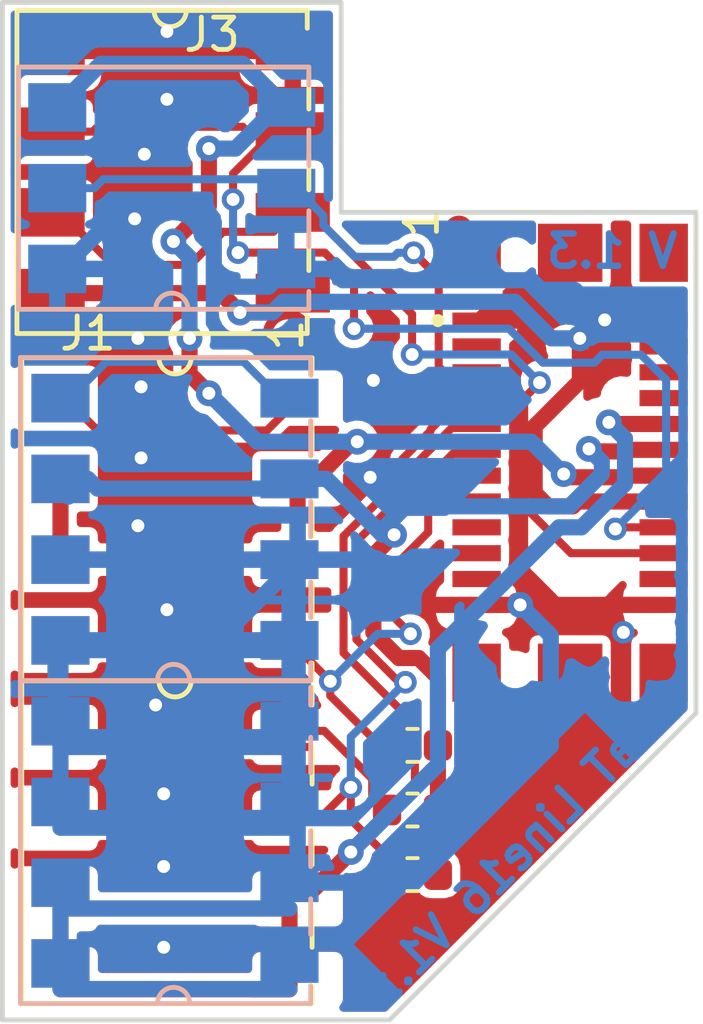
<source format=kicad_pcb>
(kicad_pcb (version 20190907) (host pcbnew "(5.99.0-375-g4460af5be-dirty)+6.0.0~dev1-1")

  (general
    (thickness 1.6)
    (drawings 10)
    (tracks 325)
    (modules 7)
    (nets 15)
  )

  (page "A4")
  (layers
    (0 "F.Cu" signal)
    (31 "B.Cu" signal)
    (32 "B.Adhes" user)
    (33 "F.Adhes" user)
    (34 "B.Paste" user)
    (35 "F.Paste" user)
    (36 "B.SilkS" user)
    (37 "F.SilkS" user)
    (38 "B.Mask" user)
    (39 "F.Mask" user)
    (40 "Dwgs.User" user)
    (41 "Cmts.User" user)
    (42 "Eco1.User" user)
    (43 "Eco2.User" user)
    (44 "Edge.Cuts" user)
    (45 "Margin" user)
    (46 "B.CrtYd" user)
    (47 "F.CrtYd" user)
    (48 "B.Fab" user)
    (49 "F.Fab" user)
  )

  (setup
    (last_trace_width 0.25)
    (user_trace_width 0.25)
    (user_trace_width 0.5)
    (trace_clearance 0.15)
    (zone_clearance 0.254)
    (zone_45_only no)
    (trace_min 0.2)
    (via_size 0.7)
    (via_drill 0.4)
    (via_min_size 0.4)
    (via_min_drill 0.3)
    (uvia_size 0.3)
    (uvia_drill 0.1)
    (uvias_allowed no)
    (uvia_min_size 0.2)
    (uvia_min_drill 0.1)
    (max_error 0.005)
    (defaults
      (edge_clearance 0.01)
      (edge_cuts_line_width 0.15)
      (courtyard_line_width 0.05)
      (copper_line_width 0.2)
      (copper_text_dims (size 1.5 1.5) (thickness 0.3))
      (silk_line_width 0.15)
      (silk_text_dims (size 1 1) (thickness 0.15))
      (other_layers_line_width 0.1)
      (other_layers_text_dims (size 1 1) (thickness 0.15))
    )
    (pad_size 0.3 0.42)
    (pad_drill 0)
    (pad_to_mask_clearance 0.051)
    (solder_mask_min_width 0.25)
    (aux_axis_origin 0 0)
    (grid_origin 145 137.2)
    (visible_elements FFFFFF7F)
    (pcbplotparams
      (layerselection 0x00008_7ffffffe)
      (usegerberextensions false)
      (usegerberattributes false)
      (usegerberadvancedattributes false)
      (creategerberjobfile false)
      (excludeedgelayer true)
      (linewidth 0.100000)
      (plotframeref false)
      (viasonmask false)
      (mode 1)
      (useauxorigin false)
      (hpglpennumber 1)
      (hpglpenspeed 20)
      (hpglpendiameter 15.000000)
      (psnegative false)
      (psa4output false)
      (plotreference true)
      (plotvalue true)
      (plotinvisibletext false)
      (padsonsilk false)
      (subtractmaskfromsilk false)
      (outputformat 1)
      (mirror false)
      (drillshape 0)
      (scaleselection 1)
      (outputdirectory "")
    )
  )

  (net 0 "")
  (net 1 "Net-(J1-Pad2)")
  (net 2 "Net-(J1-Pad1)")
  (net 3 "Net-(J1-Pad7)")
  (net 4 "Net-(J1-Pad11)")
  (net 5 "Net-(J1-Pad9)")
  (net 6 "GNDPWR")
  (net 7 "Net-(J2-Pad20)")
  (net 8 "Net-(J2-Pad18)")
  (net 9 "Net-(J10-Pad2)")
  (net 10 "+12V")
  (net 11 "GND")
  (net 12 "+24V")
  (net 13 "+5V")
  (net 14 "+3V3")

  (net_class "Default" "This is the default net class."
    (clearance 0.15)
    (trace_width 0.25)
    (via_dia 0.7)
    (via_drill 0.4)
    (uvia_dia 0.3)
    (uvia_drill 0.1)
    (add_net "/S1")
    (add_net "/S2")
    (add_net "Net-(J1-Pad1)")
    (add_net "Net-(J1-Pad11)")
    (add_net "Net-(J1-Pad2)")
    (add_net "Net-(J1-Pad7)")
    (add_net "Net-(J1-Pad9)")
    (add_net "Net-(J10-Pad2)")
    (add_net "Net-(J2-Pad13)")
    (add_net "Net-(J2-Pad15)")
    (add_net "Net-(J2-Pad17)")
    (add_net "Net-(J2-Pad18)")
    (add_net "Net-(J2-Pad19)")
    (add_net "Net-(J2-Pad20)")
    (add_net "Net-(J2-Pad21)")
    (add_net "Net-(J2-Pad22)")
    (add_net "Net-(J2-Pad6)")
    (add_net "Net-(J2-Pad8)")
  )

  (net_class "Power" ""
    (clearance 0.15)
    (trace_width 0.5)
    (via_dia 0.8)
    (via_drill 0.4)
    (uvia_dia 0.3)
    (uvia_drill 0.1)
    (add_net "+12V")
    (add_net "+24V")
    (add_net "+3V3")
    (add_net "+5V")
    (add_net "GND")
    (add_net "GNDPWR")
  )

  (module "localstuff:Moat_16_2side" (layer "F.Cu") (tedit 5CE0362E) (tstamp 5DBE1314)
    (at 24.4 52 -90)
    (path "/5CBE90B4")
    (attr smd)
    (fp_text reference "J1" (at -11.05 2.75) (layer "F.SilkS")
      (effects (font (size 1 1) (thickness 0.15)))
    )
    (fp_text value "Moat_Bus_16" (at -5.3 0.05 90) (layer "F.Fab")
      (effects (font (size 1 1) (thickness 0.15)))
    )
    (fp_arc (start -10.3 0.05) (end -10.3 -0.45) (angle 90) (layer "F.SilkS") (width 0.15))
    (fp_arc (start -10.3 0.05) (end -9.8 0.05) (angle 90) (layer "F.SilkS") (width 0.15))
    (fp_line (start -10.3 -4.2) (end -10.3 4.8) (layer "F.SilkS") (width 0.15))
    (fp_line (start -0.3 4.8) (end -0.3 -4.2) (layer "F.SilkS") (width 0.15))
    (fp_line (start -10.3 4.8) (end -0.3 4.8) (layer "F.SilkS") (width 0.15))
    (fp_line (start -0.3 -4.2) (end -0.85 -4.2) (layer "F.SilkS") (width 0.15))
    (fp_line (start -2.25 -4.2) (end -3.35 -4.2) (layer "F.SilkS") (width 0.15))
    (fp_line (start -4.75 -4.2) (end -5.85 -4.2) (layer "F.SilkS") (width 0.15))
    (fp_line (start -7.25 -4.2) (end -8.35 -4.2) (layer "F.SilkS") (width 0.15))
    (fp_line (start -10.3 -4.2) (end -9.75 -4.2) (layer "F.SilkS") (width 0.15))
    (fp_line (start 5.4 -4.2) (end 4.3 -4.2) (layer "F.SilkS") (width 0.15))
    (fp_line (start -0.1 -4.2) (end 0.45 -4.2) (layer "F.SilkS") (width 0.15))
    (fp_line (start 9.7 4.8) (end 9.7 -4.2) (layer "F.SilkS") (width 0.15))
    (fp_line (start -0.3 -4.2) (end -0.3 4.8) (layer "F.SilkS") (width 0.15))
    (fp_line (start 9.7 -4.2) (end 9.15 -4.2) (layer "F.SilkS") (width 0.15))
    (fp_arc (start -0.3 0.05) (end 0.2 0.05) (angle 90) (layer "F.SilkS") (width 0.15))
    (fp_line (start 2.9 -4.2) (end 1.8 -4.2) (layer "F.SilkS") (width 0.15))
    (fp_arc (start -0.3 0.05) (end -0.3 -0.45) (angle 90) (layer "F.SilkS") (width 0.15))
    (fp_line (start 7.95 -4.2) (end 6.85 -4.2) (layer "F.SilkS") (width 0.15))
    (fp_line (start -0.3 4.8) (end 9.7 4.8) (layer "F.SilkS") (width 0.15))
    (fp_line (start 4.35 -4.156824) (end 5.45 -4.156824) (layer "B.SilkS") (width 0.15))
    (fp_line (start 9.692067 -4.156824) (end 9.142067 -4.156824) (layer "B.SilkS") (width 0.15))
    (fp_arc (start -0.307933 0.093176) (end -0.307933 -0.406824) (angle -90) (layer "B.SilkS") (width 0.15))
    (fp_line (start -0.3 4.84) (end -0.3 -4.15) (layer "B.SilkS") (width 0.15))
    (fp_line (start 9.692067 -4.156824) (end 9.692067 4.843176) (layer "B.SilkS") (width 0.15))
    (fp_line (start -0.1 -4.156824) (end 0.45 -4.156824) (layer "B.SilkS") (width 0.15))
    (fp_line (start -0.307933 -4.156824) (end -0.857933 -4.156824) (layer "B.SilkS") (width 0.15))
    (fp_arc (start 9.692067 0.093176) (end 9.192067 0.093176) (angle -90) (layer "B.SilkS") (width 0.15))
    (fp_line (start 6.45 -4.156824) (end 7.55 -4.156824) (layer "B.SilkS") (width 0.15))
    (fp_arc (start 9.692067 0.093176) (end 9.692067 -0.406824) (angle -90) (layer "B.SilkS") (width 0.15))
    (fp_line (start 1.45 -4.156824) (end 2.55 -4.156824) (layer "B.SilkS") (width 0.15))
    (fp_line (start -5.857933 -4.156824) (end -4.757933 -4.156824) (layer "B.SilkS") (width 0.15))
    (fp_line (start -8.357933 -4.156824) (end -7.257933 -4.156824) (layer "B.SilkS") (width 0.15))
    (fp_line (start 9.692067 4.843176) (end -0.307933 4.843176) (layer "B.SilkS") (width 0.15))
    (fp_line (start -10.307933 4.843176) (end -10.307933 -4.156824) (layer "B.SilkS") (width 0.15))
    (fp_line (start -0.307933 -4.156824) (end -0.307933 4.843176) (layer "B.SilkS") (width 0.15))
    (fp_line (start -10.307933 -4.156824) (end -9.757933 -4.156824) (layer "B.SilkS") (width 0.15))
    (fp_arc (start -0.307933 0.093176) (end -0.807933 0.093176) (angle -90) (layer "B.SilkS") (width 0.15))
    (fp_line (start -3.357933 -4.156824) (end -2.257933 -4.156824) (layer "B.SilkS") (width 0.15))
    (fp_line (start -0.307933 4.843176) (end -10.307933 4.843176) (layer "B.SilkS") (width 0.15))
    (fp_text user "1" (at -11 -3.4 90) (layer "F.SilkS")
      (effects (font (size 1 1) (thickness 0.15)))
    )
    (fp_circle (center -11 -3.45) (end -10.363604 -3.45) (layer "F.Cu") (width 0.3))
    (fp_circle (center -11 -3.45) (end -10.2 -3.45) (layer "F.Mask") (width 0.15))
    (pad "2" smd rect (at -9.05 -3.5 90) (size 1.2 1.8) (layers "B.Cu" "B.Paste" "B.Mask")
      (net 1 "Net-(J1-Pad2)"))
    (pad "4" smd rect (at -6.55 -3.5 90) (size 1.2 1.8) (layers "B.Cu" "B.Paste" "B.Mask")
      (net 10 "+12V"))
    (pad "6" smd rect (at -4.05 3.6 90) (size 1.5 1.8) (layers "B.Cu" "B.Paste" "B.Mask")
      (net 11 "GND"))
    (pad "10" smd rect (at 0.95 3.6 90) (size 1.5 1.8) (layers "B.Cu" "B.Paste" "B.Mask")
      (net 11 "GND"))
    (pad "16" smd rect (at 8.45 3.6 90) (size 1.5 1.8) (layers "B.Cu" "B.Paste" "B.Mask")
      (net 6 "GNDPWR"))
    (pad "4" smd rect (at -6.55 3.6 90) (size 1.5 1.8) (layers "B.Cu" "B.Paste" "B.Mask")
      (net 10 "+12V"))
    (pad "10" smd rect (at 0.95 -3.5 90) (size 1.2 1.8) (layers "B.Cu" "B.Paste" "B.Mask")
      (net 11 "GND"))
    (pad "12" smd rect (at 3.45 -3.5 90) (size 1.2 1.8) (layers "B.Cu" "B.Paste" "B.Mask")
      (net 11 "GND"))
    (pad "14" smd rect (at 5.95 -3.5 90) (size 1.2 1.8) (layers "B.Cu" "B.Paste" "B.Mask")
      (net 6 "GNDPWR"))
    (pad "16" smd rect (at 8.45 -3.5 90) (size 1.2 1.8) (layers "B.Cu" "B.Paste" "B.Mask")
      (net 6 "GNDPWR"))
    (pad "14" smd rect (at 5.95 3.6 90) (size 1.5 1.8) (layers "B.Cu" "B.Paste" "B.Mask")
      (net 6 "GNDPWR"))
    (pad "12" smd rect (at 3.45 3.6 90) (size 1.5 1.8) (layers "B.Cu" "B.Paste" "B.Mask")
      (net 11 "GND"))
    (pad "8" smd rect (at -1.55 3.6 90) (size 1.5 1.8) (layers "B.Cu" "B.Paste" "B.Mask")
      (net 11 "GND"))
    (pad "8" smd rect (at -1.55 -3.5 90) (size 1.2 1.8) (layers "B.Cu" "B.Paste" "B.Mask")
      (net 11 "GND"))
    (pad "2" smd rect (at -9.05 3.6 90) (size 1.5 1.8) (layers "B.Cu" "B.Paste" "B.Mask")
      (net 1 "Net-(J1-Pad2)"))
    (pad "6" smd rect (at -4.05 -3.5 90) (size 1.2 1.8) (layers "B.Cu" "B.Paste" "B.Mask")
      (net 11 "GND"))
    (pad "15" smd rect (at 8.45 3.6 270) (size 1.5 1.8) (layers "F.Cu" "F.Paste" "F.Mask")
      (net 12 "+24V"))
    (pad "9" smd rect (at 0.95 3.6 270) (size 1.5 1.8) (layers "F.Cu" "F.Paste" "F.Mask")
      (net 5 "Net-(J1-Pad9)"))
    (pad "15" smd rect (at 8.45 -3.5 270) (size 1.2 1.8) (layers "F.Cu" "F.Paste" "F.Mask")
      (net 12 "+24V"))
    (pad "13" smd rect (at 5.95 -3.5 270) (size 1.2 1.8) (layers "F.Cu" "F.Paste" "F.Mask")
      (net 12 "+24V"))
    (pad "11" smd rect (at 3.45 -3.5 270) (size 1.2 1.8) (layers "F.Cu" "F.Paste" "F.Mask")
      (net 4 "Net-(J1-Pad11)"))
    (pad "9" smd rect (at 0.95 -3.5 270) (size 1.2 1.8) (layers "F.Cu" "F.Paste" "F.Mask")
      (net 5 "Net-(J1-Pad9)"))
    (pad "11" smd rect (at 3.45 3.6 270) (size 1.5 1.8) (layers "F.Cu" "F.Paste" "F.Mask")
      (net 4 "Net-(J1-Pad11)"))
    (pad "13" smd rect (at 5.95 3.6 270) (size 1.5 1.8) (layers "F.Cu" "F.Paste" "F.Mask")
      (net 12 "+24V"))
    (pad "7" smd rect (at -1.55 3.6 270) (size 1.5 1.8) (layers "F.Cu" "F.Paste" "F.Mask")
      (net 3 "Net-(J1-Pad7)"))
    (pad "5" smd rect (at -4.05 3.6 270) (size 1.5 1.8) (layers "F.Cu" "F.Paste" "F.Mask")
      (net 13 "+5V"))
    (pad "3" smd rect (at -6.55 3.6 270) (size 1.5 1.8) (layers "F.Cu" "F.Paste" "F.Mask")
      (net 13 "+5V"))
    (pad "1" smd rect (at -9.05 3.6 270) (size 1.5 1.8) (layers "F.Cu" "F.Paste" "F.Mask")
      (net 2 "Net-(J1-Pad1)"))
    (pad "1" smd rect (at -9.05 -3.5 270) (size 1.2 1.8) (layers "F.Cu" "F.Paste" "F.Mask")
      (net 2 "Net-(J1-Pad1)"))
    (pad "3" smd rect (at -6.55 -3.5 270) (size 1.2 1.8) (layers "F.Cu" "F.Paste" "F.Mask")
      (net 13 "+5V"))
    (pad "5" smd rect (at -4.05 -3.5 270) (size 1.2 1.8) (layers "F.Cu" "F.Paste" "F.Mask")
      (net 13 "+5V"))
    (pad "7" smd rect (at -1.55 -3.5 270) (size 1.2 1.8) (layers "F.Cu" "F.Paste" "F.Mask")
      (net 3 "Net-(J1-Pad7)"))
    (model ":moat3d:9276-4.wrl"
      (offset (xyz -10.2 -4.7 0))
      (scale (xyz 0.39 0.39 0.39))
      (rotate (xyz -90 0 0))
    )
    (model ":moat3d:9276-4.wrl"
      (offset (xyz -0.3 -4.7 0))
      (scale (xyz 0.39 0.39 0.39))
      (rotate (xyz -90 0 0))
    )
    (model ":moat3d:9276-4.wrl"
      (offset (xyz -0.3 -4.7 -1.61))
      (scale (xyz 0.39 0.39 0.39))
      (rotate (xyz 90 0 180))
    )
    (model ":moat3d:9276-4.wrl"
      (offset (xyz 9.6 -4.7 -1.61))
      (scale (xyz 0.39 0.39 0.39))
      (rotate (xyz 90 0 180))
    )
  )

  (module "localstuff:AVX_9276_3Pin" (layer "B.Cu") (tedit 5DB876B0) (tstamp 5CDF021F)
    (at 24.25 36.45 90)
    (path "/5CFBEEC8")
    (fp_text reference "J10" (at 1 5.5 90) (layer "B.SilkS") hide
      (effects (font (size 1 1) (thickness 0.15)) (justify mirror))
    )
    (fp_text value "1wireConn" (at 0 0 90) (layer "B.Fab")
      (effects (font (size 1 1) (thickness 0.15)) (justify mirror))
    )
    (fp_arc (start -3.75 0) (end -3.75 0.5) (angle -90) (layer "B.SilkS") (width 0.15))
    (fp_arc (start -3.75 0) (end -3.25 0) (angle -90) (layer "B.SilkS") (width 0.15))
    (fp_line (start -3.75 4.25) (end -3.75 -4.75) (layer "B.SilkS") (width 0.15))
    (fp_line (start 3.75 -4.75) (end 3.75 4.25) (layer "B.SilkS") (width 0.15))
    (fp_line (start -3.75 -4.75) (end 3.75 -4.75) (layer "B.SilkS") (width 0.15))
    (fp_line (start 3.75 4.25) (end 3.2 4.25) (layer "B.SilkS") (width 0.15))
    (fp_line (start 1.8 4.25) (end 0.7 4.25) (layer "B.SilkS") (width 0.15))
    (fp_line (start -0.7 4.25) (end -1.8 4.25) (layer "B.SilkS") (width 0.15))
    (fp_line (start -3.75 4.25) (end -3.2 4.25) (layer "B.SilkS") (width 0.15))
    (pad "3" smd rect (at 2.5 -3.55 90) (size 1.5 1.8) (layers "B.Cu" "B.Paste" "B.Mask")
      (net 13 "+5V"))
    (pad "2" smd rect (at 0 -3.55 90) (size 1.5 1.8) (layers "B.Cu" "B.Paste" "B.Mask")
      (net 9 "Net-(J10-Pad2)"))
    (pad "1" smd rect (at -2.5 -3.55 90) (size 1.5 1.8) (layers "B.Cu" "B.Paste" "B.Mask")
      (net 11 "GND"))
    (pad "1" smd rect (at -2.5 3.55 90) (size 1.2 1.8) (layers "B.Cu" "B.Paste" "B.Mask")
      (net 11 "GND"))
    (pad "2" smd rect (at 0 3.55 90) (size 1.2 1.8) (layers "B.Cu" "B.Paste" "B.Mask")
      (net 9 "Net-(J10-Pad2)"))
    (pad "3" smd rect (at 2.5 3.55 90) (size 1.2 1.8) (layers "B.Cu" "B.Paste" "B.Mask")
      (net 13 "+5V"))
    (model ":moat3d:9276-3.wrl"
      (offset (xyz -3.7 -4.7 0.01))
      (scale (xyz 0.39 0.39 0.39))
      (rotate (xyz -90 0 0))
    )
  )

  (module "localstuff:AVX_9276_4Pin_HS" (layer "F.Cu") (tedit 5CE00E0C) (tstamp 5DBDEF4D)
    (at 24.2 35.95 -90)
    (path "/5DC068C1")
    (fp_text reference "J3" (at -4.25 -1.3 180) (layer "F.SilkS")
      (effects (font (size 1 1) (thickness 0.15)))
    )
    (fp_text value "I2C" (at 0 0 -90) (layer "F.Fab") hide
      (effects (font (size 1 1) (thickness 0.15)))
    )
    (fp_arc (start -5 0) (end -5 -0.5) (angle 90) (layer "F.SilkS") (width 0.15))
    (fp_arc (start -5 0) (end -4.5 0) (angle 90) (layer "F.SilkS") (width 0.15))
    (fp_line (start -5 -4.25) (end -5 4.75) (layer "F.SilkS") (width 0.15))
    (fp_line (start 5 4.75) (end 5 -4.25) (layer "F.SilkS") (width 0.15))
    (fp_line (start -5 4.75) (end 5 4.75) (layer "F.SilkS") (width 0.15))
    (fp_line (start 5 -4.25) (end 4.45 -4.25) (layer "F.SilkS") (width 0.15))
    (fp_line (start 3.05 -4.3) (end 1.95 -4.3) (layer "F.SilkS") (width 0.15))
    (fp_line (start 0.55 -4.3) (end -0.55 -4.3) (layer "F.SilkS") (width 0.15))
    (fp_line (start -1.95 -4.3) (end -3.05 -4.3) (layer "F.SilkS") (width 0.15))
    (fp_line (start -5 -4.25) (end -4.45 -4.25) (layer "F.SilkS") (width 0.15))
    (pad "4" smd rect (at 3.75 3.7 270) (size 1.5 2.1) (layers "F.Cu" "F.Paste" "F.Mask")
      (net 14 "+3V3"))
    (pad "3" smd rect (at 1.25 3.7 270) (size 1.5 2.1) (layers "F.Cu" "F.Paste" "F.Mask")
      (net 7 "Net-(J2-Pad20)"))
    (pad "2" smd rect (at -1.25 3.7 270) (size 1.5 2.1) (layers "F.Cu" "F.Paste" "F.Mask")
      (net 8 "Net-(J2-Pad18)"))
    (pad "1" smd rect (at -3.75 3.7 270) (size 1.5 2.1) (layers "F.Cu" "F.Paste" "F.Mask")
      (net 11 "GND"))
    (pad "1" smd rect (at -3.75 -3.8 270) (size 1.2 2.3) (layers "F.Cu" "F.Paste" "F.Mask")
      (net 11 "GND"))
    (pad "2" smd rect (at -1.25 -3.8 270) (size 1.2 2.3) (layers "F.Cu" "F.Paste" "F.Mask")
      (net 8 "Net-(J2-Pad18)"))
    (pad "3" smd rect (at 1.25 -3.8 270) (size 1.2 2.3) (layers "F.Cu" "F.Paste" "F.Mask")
      (net 7 "Net-(J2-Pad20)"))
    (pad "4" smd rect (at 3.75 -3.8 270) (size 1.2 2.3) (layers "F.Cu" "F.Paste" "F.Mask")
      (net 14 "+3V3"))
    (model ":moat3d:9276-4.wrl"
      (offset (xyz -5 -4.7 0.01))
      (scale (xyz 0.39 0.39 0.39))
      (rotate (xyz -90 0 0))
    )
  )

  (module "Resistor_SMD:R_0603_1608Metric" (layer "F.Cu") (tedit 5B301BBD) (tstamp 5DBDFFAE)
    (at 31.7125 53.7)
    (descr "Resistor SMD 0603 (1608 Metric), square (rectangular) end terminal, IPC_7351 nominal, (Body size source: http://www.tortai-tech.com/upload/download/2011102023233369053.pdf), generated with kicad-footprint-generator")
    (tags "resistor")
    (path "/5DBB42C0")
    (attr smd)
    (fp_text reference "R7" (at 0 -1.43) (layer "F.SilkS") hide
      (effects (font (size 1 1) (thickness 0.15)))
    )
    (fp_text value "470" (at 0 1.43) (layer "F.Fab")
      (effects (font (size 1 1) (thickness 0.15)))
    )
    (fp_line (start -0.8 0.4) (end -0.8 -0.4) (layer "F.Fab") (width 0.1))
    (fp_line (start -0.8 -0.4) (end 0.8 -0.4) (layer "F.Fab") (width 0.1))
    (fp_line (start 0.8 -0.4) (end 0.8 0.4) (layer "F.Fab") (width 0.1))
    (fp_line (start 0.8 0.4) (end -0.8 0.4) (layer "F.Fab") (width 0.1))
    (fp_line (start -0.162779 -0.51) (end 0.162779 -0.51) (layer "F.SilkS") (width 0.12))
    (fp_line (start -0.162779 0.51) (end 0.162779 0.51) (layer "F.SilkS") (width 0.12))
    (fp_line (start -1.48 0.73) (end -1.48 -0.73) (layer "F.CrtYd") (width 0.05))
    (fp_line (start -1.48 -0.73) (end 1.48 -0.73) (layer "F.CrtYd") (width 0.05))
    (fp_line (start 1.48 -0.73) (end 1.48 0.73) (layer "F.CrtYd") (width 0.05))
    (fp_line (start 1.48 0.73) (end -1.48 0.73) (layer "F.CrtYd") (width 0.05))
    (fp_text user "%R" (at 0 0) (layer "F.Fab")
      (effects (font (size 0.4 0.4) (thickness 0.06)))
    )
    (pad "2" smd roundrect (at 0.7875 0) (size 0.875 0.95) (layers "F.Cu" "F.Paste" "F.Mask") (roundrect_rratio 0.25)
      (net 10 "+12V"))
    (pad "1" smd roundrect (at -0.7875 0) (size 0.875 0.95) (layers "F.Cu" "F.Paste" "F.Mask") (roundrect_rratio 0.25)
      (net 3 "Net-(J1-Pad7)"))
    (model "${KISYS3DMOD}/Resistor_SMD.3dshapes/R_0603_1608Metric.wrl"
      (at (xyz 0 0 0))
      (scale (xyz 1 1 1))
      (rotate (xyz 0 0 0))
    )
  )

  (module "localstuff:TE_1775014_socket" (layer "F.Cu") (tedit 5DB86EF1) (tstamp 5DB9546B)
    (at 36.6 44.95 -90)
    (descr "TE Connectivity 1775014 0.8mm connector")
    (tags "Connector")
    (path "/5CC3E238")
    (fp_text reference "J2" (at 0 -5.5 90) (layer "F.SilkS") hide
      (effects (font (size 1.27 1.27) (thickness 0.254)))
    )
    (fp_text value "Moat_Bus_wire" (at 0 0 90) (layer "F.SilkS") hide
      (effects (font (size 1.27 1.27) (thickness 0.254)))
    )
    (fp_arc (start -4.4 4.1) (end -4.3 4.1) (angle -180) (layer "F.SilkS") (width 0.2))
    (fp_arc (start -4.4 4.1) (end -4.5 4.1) (angle -180) (layer "F.SilkS") (width 0.2))
    (fp_line (start -4.3 4.1) (end -4.3 4.1) (layer "F.SilkS") (width 0.2))
    (fp_line (start -4.5 4.1) (end -4.5 4.1) (layer "F.SilkS") (width 0.2))
    (fp_line (start -6.9 3.15) (end -6.9 -3.15) (layer "F.Fab") (width 0.2))
    (fp_line (start 6.9 3.15) (end -6.9 3.15) (layer "F.Fab") (width 0.2))
    (fp_line (start 6.9 -3.15) (end 6.9 3.15) (layer "F.Fab") (width 0.2))
    (fp_line (start -6.9 -3.15) (end 6.9 -3.15) (layer "F.Fab") (width 0.2))
    (fp_text user "%R" (at -1.85 4.8 -90) (layer "F.Fab")
      (effects (font (size 1.27 1.27) (thickness 0.254)))
    )
    (fp_line (start -7.5 -3.8) (end -7.5 3.8) (layer "F.CrtYd") (width 0.1))
    (fp_line (start -7.5 3.8) (end 7.5 3.8) (layer "F.CrtYd") (width 0.1))
    (fp_line (start 7.5 3.8) (end 7.5 -3.8) (layer "F.CrtYd") (width 0.1))
    (fp_line (start 7.5 -3.8) (end -7.5 -3.8) (layer "F.CrtYd") (width 0.1))
    (fp_circle (center -7.2 3.45) (end -6.9 3.45) (layer "F.Cu") (width 0.3))
    (fp_text user "1" (at -7.45 4.6 90) (layer "F.SilkS")
      (effects (font (size 1 1) (thickness 0.15)))
    )
    (pad "1" smd rect (at -4.4 2.9 270) (size 0.5 1.5) (layers "F.Cu" "F.Paste")
      (net 11 "GND"))
    (pad "2" smd rect (at -4.4 -2.9 270) (size 0.5 1.5) (layers "F.Cu" "F.Paste")
      (net 11 "GND"))
    (pad "3" smd rect (at -3.6 2.9 270) (size 0.5 1.5) (layers "F.Cu" "F.Paste"))
    (pad "4" smd rect (at -3.6 -2.9 270) (size 0.5 1.5) (layers "F.Cu" "F.Paste"))
    (pad "5" smd rect (at -2.8 2.9 270) (size 0.5 1.5) (layers "F.Cu" "F.Paste")
      (net 9 "Net-(J10-Pad2)"))
    (pad "6" smd rect (at -2.8 -2.9 270) (size 0.5 1.5) (layers "F.Cu" "F.Paste"))
    (pad "7" smd rect (at -2 2.9 270) (size 0.5 1.5) (layers "F.Cu" "F.Paste")
      (net 5 "Net-(J1-Pad9)"))
    (pad "8" smd rect (at -2 -2.9 270) (size 0.5 1.5) (layers "F.Cu" "F.Paste"))
    (pad "9" smd rect (at -1.2 2.9 270) (size 0.5 1.5) (layers "F.Cu" "F.Paste")
      (net 4 "Net-(J1-Pad11)"))
    (pad "10" smd rect (at -1.2 -2.9 270) (size 0.5 1.5) (layers "F.Cu" "F.Paste")
      (net 12 "+24V"))
    (pad "11" smd rect (at -0.4 2.9 270) (size 0.5 1.5) (layers "F.Cu" "F.Paste")
      (net 3 "Net-(J1-Pad7)"))
    (pad "12" smd rect (at -0.4 -2.9 270) (size 0.5 1.5) (layers "F.Cu" "F.Paste")
      (net 10 "+12V"))
    (pad "13" smd rect (at 0.4 2.9 270) (size 0.5 1.5) (layers "F.Cu" "F.Paste"))
    (pad "14" smd rect (at 0.4 -2.9 270) (size 0.5 1.5) (layers "F.Cu" "F.Paste")
      (net 13 "+5V"))
    (pad "15" smd rect (at 1.2 2.9 270) (size 0.5 1.5) (layers "F.Cu" "F.Paste"))
    (pad "16" smd rect (at 1.2 -2.9 270) (size 0.5 1.5) (layers "F.Cu" "F.Paste")
      (net 14 "+3V3"))
    (pad "17" smd rect (at 2 2.9 270) (size 0.5 1.5) (layers "F.Cu" "F.Paste"))
    (pad "18" smd rect (at 2 -2.9 270) (size 0.5 1.5) (layers "F.Cu" "F.Paste")
      (net 8 "Net-(J2-Pad18)"))
    (pad "19" smd rect (at 2.8 2.9 270) (size 0.5 1.5) (layers "F.Cu" "F.Paste"))
    (pad "20" smd rect (at 2.8 -2.9 270) (size 0.5 1.5) (layers "F.Cu" "F.Paste")
      (net 7 "Net-(J2-Pad20)"))
    (pad "21" smd rect (at 3.6 2.9 270) (size 0.5 1.5) (layers "F.Cu" "F.Paste"))
    (pad "22" smd rect (at 3.6 -2.9 270) (size 0.5 1.5) (layers "F.Cu" "F.Paste"))
    (pad "23" smd rect (at 4.4 2.9 270) (size 0.5 1.5) (layers "F.Cu" "F.Paste")
      (net 6 "GNDPWR"))
    (pad "24" smd rect (at 4.4 -2.9 270) (size 0.5 1.5) (layers "F.Cu" "F.Paste")
      (net 6 "GNDPWR"))
    (pad "MNT" smd rect (at -6.5 2.9) (size 1.5 1.8) (layers "F.Cu" "F.Paste"))
    (pad "MNT" smd rect (at -6.5 -2.9) (size 1.5 1.8) (layers "F.Cu" "F.Paste"))
    (pad "MNT" smd rect (at 6.5 2.9) (size 1.5 1.8) (layers "F.Cu" "F.Paste"))
    (pad "MNT" smd rect (at 6.5 -2.9) (size 1.5 1.8) (layers "F.Cu" "F.Paste"))
    (pad "MNT" smd rect (at -6.5 0 270) (size 1.8 2) (layers "F.Cu" "F.Paste"))
    (pad "MNT" smd rect (at 6.5 0 270) (size 1.8 2) (layers "F.Cu" "F.Paste"))
    (pad "" np_thru_hole circle (at -6.4 1.7 270) (size 0.65 0.65) (drill 0.65) (layers *.Cu *.Mask))
    (pad "" np_thru_hole circle (at 6.4 1.7 270) (size 0.65 0.65) (drill 0.65) (layers *.Cu *.Mask))
    (model ":moat3d:1775014-2.stp"
      (offset (xyz 0 0 2.4))
      (scale (xyz 1 1 1))
      (rotate (xyz 0 0 0))
    )
  )

  (module "Resistor_SMD:R_0603_1608Metric" (layer "F.Cu") (tedit 5B301BBD) (tstamp 5DBE000E)
    (at 31.7125 55.7 180)
    (descr "Resistor SMD 0603 (1608 Metric), square (rectangular) end terminal, IPC_7351 nominal, (Body size source: http://www.tortai-tech.com/upload/download/2011102023233369053.pdf), generated with kicad-footprint-generator")
    (tags "resistor")
    (path "/5CD000B0")
    (attr smd)
    (fp_text reference "R5" (at 0 -1.43) (layer "F.SilkS") hide
      (effects (font (size 1 1) (thickness 0.15)))
    )
    (fp_text value "470" (at 0 1.43) (layer "F.Fab") hide
      (effects (font (size 1 1) (thickness 0.15)))
    )
    (fp_line (start -0.8 0.4) (end -0.8 -0.4) (layer "F.Fab") (width 0.1))
    (fp_line (start -0.8 -0.4) (end 0.8 -0.4) (layer "F.Fab") (width 0.1))
    (fp_line (start 0.8 -0.4) (end 0.8 0.4) (layer "F.Fab") (width 0.1))
    (fp_line (start 0.8 0.4) (end -0.8 0.4) (layer "F.Fab") (width 0.1))
    (fp_line (start -0.162779 -0.51) (end 0.162779 -0.51) (layer "F.SilkS") (width 0.12))
    (fp_line (start -0.162779 0.51) (end 0.162779 0.51) (layer "F.SilkS") (width 0.12))
    (fp_line (start -1.48 0.73) (end -1.48 -0.73) (layer "F.CrtYd") (width 0.05))
    (fp_line (start -1.48 -0.73) (end 1.48 -0.73) (layer "F.CrtYd") (width 0.05))
    (fp_line (start 1.48 -0.73) (end 1.48 0.73) (layer "F.CrtYd") (width 0.05))
    (fp_line (start 1.48 0.73) (end -1.48 0.73) (layer "F.CrtYd") (width 0.05))
    (fp_text user "%R" (at 0 0) (layer "F.Fab")
      (effects (font (size 0.4 0.4) (thickness 0.06)))
    )
    (pad "2" smd roundrect (at 0.7875 0 180) (size 0.875 0.95) (layers "F.Cu" "F.Paste" "F.Mask") (roundrect_rratio 0.25)
      (net 5 "Net-(J1-Pad9)"))
    (pad "1" smd roundrect (at -0.7875 0 180) (size 0.875 0.95) (layers "F.Cu" "F.Paste" "F.Mask") (roundrect_rratio 0.25)
      (net 10 "+12V"))
    (model "${KISYS3DMOD}/Resistor_SMD.3dshapes/R_0603_1608Metric.wrl"
      (at (xyz 0 0 0))
      (scale (xyz 1 1 1))
      (rotate (xyz 0 0 0))
    )
  )

  (module "Resistor_SMD:R_0603_1608Metric" (layer "F.Cu") (tedit 5B301BBD) (tstamp 5DBDFFDE)
    (at 31.7125 57.7)
    (descr "Resistor SMD 0603 (1608 Metric), square (rectangular) end terminal, IPC_7351 nominal, (Body size source: http://www.tortai-tech.com/upload/download/2011102023233369053.pdf), generated with kicad-footprint-generator")
    (tags "resistor")
    (path "/5CD009C5")
    (attr smd)
    (fp_text reference "R6" (at 0 -1.43) (layer "F.SilkS") hide
      (effects (font (size 1 1) (thickness 0.15)))
    )
    (fp_text value "470" (at 0 1.43) (layer "F.Fab") hide
      (effects (font (size 1 1) (thickness 0.15)))
    )
    (fp_line (start -0.8 0.4) (end -0.8 -0.4) (layer "F.Fab") (width 0.1))
    (fp_line (start -0.8 -0.4) (end 0.8 -0.4) (layer "F.Fab") (width 0.1))
    (fp_line (start 0.8 -0.4) (end 0.8 0.4) (layer "F.Fab") (width 0.1))
    (fp_line (start 0.8 0.4) (end -0.8 0.4) (layer "F.Fab") (width 0.1))
    (fp_line (start -0.162779 -0.51) (end 0.162779 -0.51) (layer "F.SilkS") (width 0.12))
    (fp_line (start -0.162779 0.51) (end 0.162779 0.51) (layer "F.SilkS") (width 0.12))
    (fp_line (start -1.48 0.73) (end -1.48 -0.73) (layer "F.CrtYd") (width 0.05))
    (fp_line (start -1.48 -0.73) (end 1.48 -0.73) (layer "F.CrtYd") (width 0.05))
    (fp_line (start 1.48 -0.73) (end 1.48 0.73) (layer "F.CrtYd") (width 0.05))
    (fp_line (start 1.48 0.73) (end -1.48 0.73) (layer "F.CrtYd") (width 0.05))
    (fp_text user "%R" (at 0 0) (layer "F.Fab")
      (effects (font (size 0.4 0.4) (thickness 0.06)))
    )
    (pad "2" smd roundrect (at 0.7875 0) (size 0.875 0.95) (layers "F.Cu" "F.Paste" "F.Mask") (roundrect_rratio 0.25)
      (net 10 "+12V"))
    (pad "1" smd roundrect (at -0.7875 0) (size 0.875 0.95) (layers "F.Cu" "F.Paste" "F.Mask") (roundrect_rratio 0.25)
      (net 4 "Net-(J1-Pad11)"))
    (model "${KISYS3DMOD}/Resistor_SMD.3dshapes/R_0603_1608Metric.wrl"
      (at (xyz 0 0 0))
      (scale (xyz 1 1 1))
      (rotate (xyz 0 0 0))
    )
  )

  (gr_text "V1.1" (at 31.6 60.4 45) (layer "B.Cu")
    (effects (font (size 1 1) (thickness 0.2)) (justify mirror))
  )
  (gr_text "V 1.3" (at 37.9 38.4) (layer "B.Cu")
    (effects (font (size 1 1) (thickness 0.2)) (justify mirror))
  )
  (gr_text "MoaT Line16" (at 36.6 55.4 45) (layer "B.Cu")
    (effects (font (size 1 1) (thickness 0.2)) (justify mirror))
  )
  (gr_line (start 29.5 37.2) (end 40.5 37.2) (layer "Edge.Cuts") (width 0.15) (tstamp 5DBE69D2))
  (gr_line (start 29.5 30.7) (end 29.5 37.2) (layer "Edge.Cuts") (width 0.15))
  (gr_line (start 19 62.2) (end 19 30.7) (layer "Edge.Cuts") (width 0.15) (tstamp 5DBDFF56))
  (gr_line (start 31 62.2) (end 19 62.2) (layer "Edge.Cuts") (width 0.15))
  (gr_line (start 40.5 52.7) (end 31 62.2) (layer "Edge.Cuts") (width 0.15) (tstamp 5DBDFF9C))
  (gr_line (start 40.5 37.2) (end 40.5 52.7) (layer "Edge.Cuts") (width 0.15))
  (gr_line (start 19 30.7) (end 29.5 30.7) (layer "Edge.Cuts") (width 0.15))

  (segment (start 32.5 54.3) (end 32.5 50.703256) (width 0.5) (layer "B.Cu") (net 12))
  (segment (start 38.299999 44.199999) (end 38.199999 44.099999) (width 0.5) (layer "B.Cu") (net 12))
  (segment (start 32.5 50.703256) (end 36.253243 46.950013) (width 0.5) (layer "B.Cu") (net 12))
  (segment (start 36.253243 46.950013) (end 36.953246 46.950012) (width 0.5) (layer "B.Cu") (net 12))
  (segment (start 38.199999 44.099999) (end 37.8 43.7) (width 0.5) (layer "B.Cu") (net 12))
  (segment (start 29.8 57) (end 32.5 54.3) (width 0.5) (layer "B.Cu") (net 12))
  (segment (start 37.85 43.75) (end 37.8 43.7) (width 0.5) (layer "F.Cu") (net 12))
  (segment (start 36.953246 46.950012) (end 38.299999 45.603259) (width 0.5) (layer "B.Cu") (net 12))
  (segment (start 39.5 43.75) (end 37.85 43.75) (width 0.5) (layer "F.Cu") (net 12))
  (segment (start 38.299999 45.603259) (end 38.299999 44.199999) (width 0.5) (layer "B.Cu") (net 12))
  (via (at 37.8 43.7) (size 0.8) (drill 0.4) (layers "F.Cu" "B.Cu") (net 12))
  (segment (start 37.26044 44.600002) (end 37.181741 44.521303) (width 0.5) (layer "F.Cu") (net 10))
  (segment (start 38.199998 44.600002) (end 37.26044 44.600002) (width 0.5) (layer "F.Cu") (net 10))
  (segment (start 30.699983 47.100017) (end 31.499998 46.300002) (width 0.5) (layer "B.Cu") (net 10))
  (segment (start 37.58174 45.302264) (end 37.58174 44.921302) (width 0.5) (layer "B.Cu") (net 10))
  (segment (start 36.584002 46.300002) (end 37.58174 45.302264) (width 0.5) (layer "B.Cu") (net 10))
  (segment (start 31.499998 46.300002) (end 36.584002 46.300002) (width 0.5) (layer "B.Cu") (net 10))
  (segment (start 39.5 44.55) (end 38.25 44.55) (width 0.5) (layer "F.Cu") (net 10))
  (segment (start 38.25 44.55) (end 38.199998 44.600002) (width 0.5) (layer "F.Cu") (net 10))
  (segment (start 37.58174 44.921302) (end 37.181741 44.521303) (width 0.5) (layer "B.Cu") (net 10))
  (via (at 37.181741 44.521303) (size 0.8) (drill 0.4) (layers "F.Cu" "B.Cu") (net 10))
  (segment (start 39.5 45.35) (end 38.25 45.35) (width 0.5) (layer "F.Cu") (net 13))
  (segment (start 38.25 45.35) (end 38.199998 45.400002) (width 0.5) (layer "F.Cu") (net 13))
  (segment (start 36.500002 45.400002) (end 36.4 45.3) (width 0.5) (layer "F.Cu") (net 13))
  (segment (start 38.199998 45.400002) (end 36.500002 45.400002) (width 0.5) (layer "F.Cu") (net 13))
  (segment (start 34.974988 43.145129) (end 35.300365 42.819752) (width 0.25) (layer "F.Cu") (net 7))
  (segment (start 39.5 46.15) (end 36.834002 46.15) (width 0.5) (layer "F.Cu") (net 14))
  (segment (start 35.300365 42.819752) (end 35.650364 42.469753) (width 0.25) (layer "F.Cu") (net 7))
  (segment (start 34.974988 46.101467) (end 34.974988 43.145129) (width 0.25) (layer "F.Cu") (net 7))
  (segment (start 36.623521 47.75) (end 34.974988 46.101467) (width 0.25) (layer "F.Cu") (net 7))
  (segment (start 35.399998 44.299998) (end 36.4 45.3) (width 0.5) (layer "B.Cu") (net 13))
  (segment (start 36.684001 46.300001) (end 35.915999 46.300001) (width 0.5) (layer "F.Cu") (net 14))
  (segment (start 36.834002 46.15) (end 36.684001 46.300001) (width 0.5) (layer "F.Cu") (net 14))
  (segment (start 36.9 42.424305) (end 36.9 41.665685) (width 0.5) (layer "F.Cu") (net 14))
  (segment (start 39.5 47.75) (end 36.623521 47.75) (width 0.25) (layer "F.Cu") (net 7))
  (segment (start 36.9 41.665685) (end 36.9 41.1) (width 0.5) (layer "F.Cu") (net 14))
  (segment (start 30 44.299998) (end 35.399998 44.299998) (width 0.5) (layer "B.Cu") (net 13))
  (segment (start 35.499999 43.824306) (end 36.9 42.424305) (width 0.5) (layer "F.Cu") (net 14))
  (segment (start 35.499999 45.884001) (end 35.499999 43.824306) (width 0.5) (layer "F.Cu") (net 14))
  (segment (start 35.915999 46.300001) (end 35.499999 45.884001) (width 0.5) (layer "F.Cu") (net 14))
  (via (at 36.4 45.3) (size 0.8) (drill 0.4) (layers "F.Cu" "B.Cu") (net 13))
  (segment (start 37.59634 41.606899) (end 38.799276 41.606899) (width 0.25) (layer "B.Cu") (net 8))
  (segment (start 39.575023 42.382646) (end 39.575023 45.424977) (width 0.25) (layer "B.Cu") (net 8))
  (segment (start 37.349966 41.853273) (end 37.59634 41.606899) (width 0.25) (layer "B.Cu") (net 8))
  (segment (start 35.753273 41.853273) (end 37.349966 41.853273) (width 0.25) (layer "B.Cu") (net 8))
  (segment (start 29.899996 40.8) (end 34.7 40.8) (width 0.25) (layer "B.Cu") (net 8))
  (segment (start 34.7 40.8) (end 35.753273 41.853273) (width 0.25) (layer "B.Cu") (net 8))
  (segment (start 38.799276 41.606899) (end 39.575023 42.382646) (width 0.25) (layer "B.Cu") (net 8))
  (segment (start 39.575023 45.424977) (end 38.349999 46.650001) (width 0.25) (layer "B.Cu") (net 8))
  (segment (start 38.349999 46.650001) (end 38 47) (width 0.25) (layer "B.Cu") (net 8))
  (segment (start 27.700749 39.968505) (end 34.887544 39.968505) (width 0.5) (layer "B.Cu") (net 14))
  (segment (start 34.780611 41.6) (end 35.650364 42.469753) (width 0.25) (layer "B.Cu") (net 7))
  (segment (start 26.365658 40.30001) (end 27.369244 40.30001) (width 0.5) (layer "B.Cu") (net 14))
  (segment (start 36.334315 41.1) (end 36.9 41.1) (width 0.5) (layer "B.Cu") (net 14))
  (segment (start 31.700002 41.6) (end 34.780611 41.6) (width 0.25) (layer "B.Cu") (net 7))
  (via (at 35.650364 42.469753) (size 0.7) (drill 0.4) (layers "F.Cu" "B.Cu") (net 7))
  (segment (start 27.369244 40.30001) (end 27.700749 39.968505) (width 0.5) (layer "B.Cu") (net 14))
  (segment (start 36.019039 41.1) (end 36.334315 41.1) (width 0.5) (layer "B.Cu") (net 14))
  (segment (start 34.887544 39.968505) (end 36.019039 41.1) (width 0.5) (layer "B.Cu") (net 14))
  (via (at 36.9 41.1) (size 0.8) (drill 0.4) (layers "F.Cu" "B.Cu") (net 14))
  (segment (start 39.5 46.95) (end 38.05 46.95) (width 0.25) (layer "F.Cu") (net 8))
  (via (at 38 47) (size 0.7) (drill 0.4) (layers "F.Cu" "B.Cu") (net 8))
  (segment (start 38.05 46.95) (end 38 47) (width 0.25) (layer "F.Cu") (net 8))
  (via (at 38.25 50.2) (size 0.7) (drill 0.4) (layers "F.Cu" "B.Cu") (net 11))
  (segment (start 31.768428 57.95) (end 36 53.718428) (width 0.5) (layer "B.Cu") (net 6))
  (segment (start 36 53.718428) (end 36 50.3) (width 0.5) (layer "B.Cu") (net 6))
  (segment (start 27.9 57.95) (end 31.768428 57.95) (width 0.5) (layer "B.Cu") (net 6))
  (segment (start 36 50.3) (end 35.05 49.35) (width 0.5) (layer "B.Cu") (net 6))
  (via (at 35.05 49.35) (size 0.8) (drill 0.4) (layers "F.Cu" "B.Cu") (net 6))
  (segment (start 25.965659 39.900011) (end 26.365658 40.30001) (width 0.5) (layer "F.Cu") (net 14))
  (segment (start 28 39.7) (end 27.39999 40.30001) (width 0.5) (layer "F.Cu") (net 14))
  (segment (start 26.931343 40.30001) (end 26.365658 40.30001) (width 0.5) (layer "F.Cu") (net 14))
  (segment (start 20.5 39.7) (end 25.765648 39.7) (width 0.5) (layer "F.Cu") (net 14))
  (segment (start 27.39999 40.30001) (end 26.931343 40.30001) (width 0.5) (layer "F.Cu") (net 14))
  (segment (start 25.765648 39.7) (end 25.965659 39.900011) (width 0.5) (layer "F.Cu") (net 14))
  (via (at 26.365658 40.30001) (size 0.8) (drill 0.4) (layers "F.Cu" "B.Cu") (net 14))
  (segment (start 28.15 45.45) (end 28.7 45.45) (width 0.5) (layer "F.Cu") (net 13))
  (via (at 30 44.299998) (size 0.8) (drill 0.4) (layers "F.Cu" "B.Cu") (net 13))
  (segment (start 26.899998 44.299998) (end 29.434315 44.299998) (width 0.5) (layer "B.Cu") (net 13))
  (segment (start 28.7 45.45) (end 29.850002 44.299998) (width 0.5) (layer "F.Cu") (net 13))
  (segment (start 25.4 42.8) (end 26.899998 44.299998) (width 0.5) (layer "B.Cu") (net 13))
  (segment (start 29.434315 44.299998) (end 30 44.299998) (width 0.5) (layer "B.Cu") (net 13))
  (segment (start 29.850002 44.299998) (end 30 44.299998) (width 0.5) (layer "F.Cu") (net 13))
  (segment (start 28.15 47.95) (end 20.65 47.95) (width 0.5) (layer "F.Cu") (net 13))
  (segment (start 28.15 47.95) (end 28.15 45.45) (width 0.5) (layer "F.Cu") (net 13))
  (segment (start 28.000001 44.300001) (end 28 44.3) (width 0.5) (layer "B.Cu") (net 13))
  (segment (start 24.8 42.2) (end 25.000001 42.400001) (width 0.5) (layer "F.Cu") (net 13))
  (via (at 25.4 42.8) (size 0.8) (drill 0.4) (layers "F.Cu" "B.Cu") (net 13))
  (segment (start 24.8 41.1) (end 24.8 42.2) (width 0.5) (layer "F.Cu") (net 13))
  (segment (start 25.000001 42.400001) (end 25.4 42.8) (width 0.5) (layer "F.Cu") (net 13))
  (segment (start 25.4 35.22499) (end 25.4 37) (width 0.5) (layer "F.Cu") (net 13))
  (via (at 24.3 38.1) (size 0.8) (drill 0.4) (layers "F.Cu" "B.Cu") (net 13))
  (segment (start 24.699999 37.700001) (end 24.3 38.1) (width 0.5) (layer "F.Cu") (net 13))
  (segment (start 24.8 41.1) (end 24.8 38.6) (width 0.5) (layer "B.Cu") (net 13))
  (segment (start 25.4 37) (end 24.699999 37.700001) (width 0.5) (layer "F.Cu") (net 13))
  (segment (start 24.699999 38.499999) (end 24.3 38.1) (width 0.5) (layer "B.Cu") (net 13))
  (segment (start 24.8 38.6) (end 24.699999 38.499999) (width 0.5) (layer "B.Cu") (net 13))
  (segment (start 27.8 33.95) (end 27.5 33.95) (width 0.5) (layer "B.Cu") (net 13) (status 30))
  (segment (start 27.5 33.95) (end 26.22501 35.22499) (width 0.5) (layer "B.Cu") (net 13) (status 10))
  (segment (start 26.22501 35.22499) (end 25.4 35.22499) (width 0.5) (layer "B.Cu") (net 13))
  (via (at 25.4 35.22499) (size 0.8) (drill 0.4) (layers "F.Cu" "B.Cu") (net 13))
  (via (at 24.8 41.1) (size 0.8) (drill 0.4) (layers "F.Cu" "B.Cu") (net 13))
  (segment (start 22.05 32.6) (end 26.45 32.6) (width 0.5) (layer "B.Cu") (net 13))
  (segment (start 20.7 33.95) (end 22.05 32.6) (width 0.5) (layer "B.Cu") (net 13) (status 10))
  (segment (start 26.45 32.6) (end 27.8 33.95) (width 0.5) (layer "B.Cu") (net 13) (status 20))
  (segment (start 20.8 45.75) (end 20.8 48.25) (width 0.5) (layer "F.Cu") (net 13) (status 30))
  (segment (start 27.9 58.25) (end 28.55 58.25) (width 0.5) (layer "F.Cu") (net 12) (status 30))
  (via (at 29.8 57) (size 0.8) (drill 0.4) (layers "F.Cu" "B.Cu") (net 12))
  (segment (start 28.55 58.25) (end 29.8 57) (width 0.5) (layer "F.Cu") (net 12) (status 10))
  (segment (start 27.9 61.25) (end 27.9 58.75) (width 0.5) (layer "F.Cu") (net 12) (status 30))
  (segment (start 20.8 58.75) (end 20.8 61.25) (width 0.5) (layer "F.Cu") (net 12) (status 30))
  (segment (start 20.8 61.25) (end 27.9 61.25) (width 0.5) (layer "F.Cu") (net 12) (status 30))
  (segment (start 27.9 58.75) (end 20.8 58.75) (width 0.5) (layer "F.Cu") (net 12) (status 30))
  (segment (start 27.9 61.25) (end 26.75 61.25) (width 0.5) (layer "F.Cu") (net 12) (status 10))
  (via (at 30.4 45.4) (size 0.7) (drill 0.4) (layers "F.Cu" "B.Cu") (net 11))
  (via (at 30.5 42.4) (size 0.7) (drill 0.4) (layers "F.Cu" "B.Cu") (net 11))
  (segment (start 35.7 39.6) (end 36.742753 39.6) (width 0.5) (layer "B.Cu") (net 11))
  (segment (start 35.399987 39.299987) (end 35.7 39.6) (width 0.5) (layer "B.Cu") (net 11))
  (segment (start 29.549987 39.299987) (end 35.399987 39.299987) (width 0.5) (layer "B.Cu") (net 11))
  (segment (start 27.8 38.95) (end 29.2 38.95) (width 0.5) (layer "B.Cu") (net 11))
  (segment (start 29.2 38.95) (end 29.549987 39.299987) (width 0.5) (layer "B.Cu") (net 11))
  (segment (start 36.742753 39.6) (end 37.671389 40.528636) (width 0.5) (layer "B.Cu") (net 11))
  (segment (start 35.05 49.35) (end 34.927409 49.227409) (width 0.5) (layer "F.Cu") (net 6))
  (segment (start 34.927409 40.329865) (end 35.128637 40.128637) (width 0.5) (layer "F.Cu") (net 11))
  (segment (start 27.25 39.5) (end 25.553741 39.5) (width 0.5) (layer "B.Cu") (net 11))
  (segment (start 25.553741 37.50783) (end 25.137741 37.09183) (width 0.5) (layer "B.Cu") (net 11))
  (segment (start 25.553741 39.5) (end 25.553741 37.50783) (width 0.5) (layer "B.Cu") (net 11))
  (segment (start 27.8 38.95) (end 27.25 39.5) (width 0.5) (layer "B.Cu") (net 11))
  (segment (start 25.137741 37.09183) (end 23.40817 37.09183) (width 0.5) (layer "B.Cu") (net 11))
  (segment (start 23.40817 37.09183) (end 23.1 37.4) (width 0.5) (layer "B.Cu") (net 11))
  (via (at 23.1 37.4) (size 0.7) (drill 0.4) (layers "F.Cu" "B.Cu") (net 11))
  (segment (start 23.4 37.1) (end 23.1 37.4) (width 0.5) (layer "F.Cu") (net 11))
  (segment (start 20.7 38.95) (end 20.85 38.95) (width 0.5) (layer "B.Cu") (net 11))
  (segment (start 20.85 38.95) (end 22.4 37.4) (width 0.5) (layer "B.Cu") (net 11))
  (segment (start 23.4 35.4) (end 23.4 37.1) (width 0.5) (layer "F.Cu") (net 11))
  (segment (start 23.2 37.5) (end 23.1 37.4) (width 0.5) (layer "B.Cu") (net 11))
  (segment (start 22.4 37.4) (end 23.1 37.4) (width 0.5) (layer "B.Cu") (net 11))
  (segment (start 23.2 41.1) (end 23.2 37.5) (width 0.5) (layer "B.Cu") (net 11))
  (segment (start 25.4 50.75) (end 23.2 48.55) (width 0.5) (layer "B.Cu") (net 11))
  (via (at 23.2 46.9) (size 0.8) (drill 0.4) (layers "F.Cu" "B.Cu") (net 11))
  (segment (start 23.3 46.8) (end 23.2 46.9) (width 0.5) (layer "F.Cu") (net 11))
  (segment (start 23.3 44.8) (end 23.3 46.8) (width 0.5) (layer "F.Cu") (net 11))
  (segment (start 23.2 47.465685) (end 23.2 46.9) (width 0.5) (layer "B.Cu") (net 11))
  (segment (start 23.2 48.55) (end 23.2 47.465685) (width 0.5) (layer "B.Cu") (net 11))
  (segment (start 23.2 41.1) (end 23.2 42.500016) (width 0.5) (layer "F.Cu") (net 11))
  (segment (start 23.3 42.599998) (end 23.3 42.600016) (width 0.5) (layer "B.Cu") (net 11))
  (segment (start 23.3 44.8) (end 23.3 42.599998) (width 0.5) (layer "B.Cu") (net 11))
  (via (at 23.3 42.600016) (size 0.7) (drill 0.4) (layers "F.Cu" "B.Cu") (net 11))
  (segment (start 23.2 42.500016) (end 23.3 42.600016) (width 0.5) (layer "F.Cu") (net 11))
  (via (at 23.3 44.8) (size 0.7) (drill 0.4) (layers "F.Cu" "B.Cu") (net 11))
  (via (at 23.2 41.1) (size 0.7) (drill 0.4) (layers "F.Cu" "B.Cu") (net 11))
  (via (at 24.1 49.5) (size 0.8) (drill 0.4) (layers "F.Cu" "B.Cu") (net 11))
  (segment (start 20.8 50.75) (end 25.4 50.75) (width 0.5) (layer "B.Cu") (net 11) (status 10))
  (segment (start 25.4 50.75) (end 27.9 48.25) (width 0.5) (layer "B.Cu") (net 11) (status 20))
  (segment (start 24.1 33.7) (end 24.1 34.7) (width 0.5) (layer "B.Cu") (net 11))
  (segment (start 24.1 34.7) (end 23.4 35.4) (width 0.5) (layer "B.Cu") (net 11))
  (via (at 24.1 33.7) (size 0.8) (drill 0.4) (layers "F.Cu" "B.Cu") (net 11))
  (segment (start 24.1 31.6) (end 24.1 33.7) (width 0.5) (layer "F.Cu") (net 11))
  (segment (start 21.1 32.2) (end 21.7 31.6) (width 0.5) (layer "F.Cu") (net 11) (status 10))
  (segment (start 20.5 32.2) (end 21.1 32.2) (width 0.5) (layer "F.Cu") (net 11) (status 30))
  (segment (start 21.7 31.6) (end 24.1 31.6) (width 0.5) (layer "F.Cu") (net 11))
  (segment (start 28 32.2) (end 27.4 31.6) (width 0.5) (layer "F.Cu") (net 11) (status 30))
  (segment (start 27.4 31.6) (end 24.1 31.6) (width 0.5) (layer "F.Cu") (net 11) (status 10))
  (via (at 24.1 31.6) (size 0.7) (drill 0.4) (layers "F.Cu" "B.Cu") (net 11))
  (via (at 23.4 35.4) (size 0.7) (drill 0.4) (layers "F.Cu" "B.Cu") (net 11))
  (via (at 24 59.95) (size 0.7) (drill 0.4) (layers "F.Cu" "B.Cu") (net 11))
  (via (at 24 57.45) (size 0.7) (drill 0.4) (layers "F.Cu" "B.Cu") (net 11))
  (via (at 24 55.2) (size 0.7) (drill 0.4) (layers "F.Cu" "B.Cu") (net 11))
  (via (at 23.75 52.45) (size 0.7) (drill 0.4) (layers "F.Cu" "B.Cu") (net 11))
  (segment (start 35.128637 40.128637) (end 37.27139 40.128637) (width 0.5) (layer "F.Cu") (net 11))
  (segment (start 34.221363 40.128637) (end 35.128637 40.128637) (width 0.5) (layer "F.Cu") (net 11))
  (segment (start 33.75 40.6) (end 34.221363 40.128637) (width 0.5) (layer "F.Cu") (net 11) (status 10))
  (segment (start 37.27139 40.128637) (end 37.671389 40.528636) (width 0.5) (layer "F.Cu") (net 11))
  (segment (start 39.5 49.35) (end 35.05 49.35) (width 0.5) (layer "F.Cu") (net 6) (status 10))
  (segment (start 35.05 49.35) (end 33.7 49.35) (width 0.5) (layer "F.Cu") (net 6) (status 20))
  (segment (start 27.9 50.75) (end 27.9 48.25) (width 0.5) (layer "B.Cu") (net 11) (status 30))
  (segment (start 27.9 53.25) (end 27.9 50.75) (width 0.5) (layer "B.Cu") (net 11) (status 30))
  (segment (start 27.9 55.75) (end 27.9 53.25) (width 0.5) (layer "B.Cu") (net 11) (status 30))
  (via (at 37.671389 40.528636) (size 0.8) (drill 0.4) (layers "F.Cu" "B.Cu") (net 11))
  (segment (start 37.692753 40.55) (end 37.671389 40.528636) (width 0.5) (layer "F.Cu") (net 11))
  (segment (start 39.5 40.55) (end 37.692753 40.55) (width 0.5) (layer "F.Cu") (net 11) (status 10))
  (segment (start 20.8 53.75) (end 27.6 53.75) (width 0.5) (layer "B.Cu") (net 11) (status 30))
  (segment (start 27.6 53.75) (end 27.9 53.75) (width 0.5) (layer "B.Cu") (net 11) (status 30))
  (segment (start 20.8 53.75) (end 20.8 52.75) (width 0.5) (layer "B.Cu") (net 11) (status 30))
  (segment (start 20.8 52.75) (end 20.8 50.75) (width 0.5) (layer "B.Cu") (net 11) (status 30))
  (segment (start 20.8 56.25) (end 20.8 53.75) (width 0.5) (layer "B.Cu") (net 11) (status 30))
  (segment (start 27.9 56.25) (end 20.8 56.25) (width 0.5) (layer "B.Cu") (net 11) (status 30))
  (segment (start 27.9 50.75) (end 20.8 50.75) (width 0.5) (layer "B.Cu") (net 11) (status 30))
  (segment (start 30.741421 47.578889) (end 31.14142 47.17889) (width 0.5) (layer "F.Cu") (net 10))
  (via (at 31.14142 47.17889) (size 0.8) (drill 0.4) (layers "F.Cu" "B.Cu") (net 10))
  (segment (start 30.699983 47.100017) (end 30.778856 47.17889) (width 0.5) (layer "B.Cu") (net 10))
  (segment (start 31.289988 50.995803) (end 30.500023 50.205838) (width 0.5) (layer "F.Cu") (net 10))
  (segment (start 30.778856 47.17889) (end 31.14142 47.17889) (width 0.5) (layer "B.Cu") (net 10))
  (segment (start 30.500023 50.205838) (end 30.500023 47.820287) (width 0.5) (layer "F.Cu") (net 10))
  (segment (start 30.500023 47.820287) (end 30.741421 47.578889) (width 0.5) (layer "F.Cu") (net 10))
  (segment (start 32.5 53.7) (end 32.5 51.589996) (width 0.5) (layer "F.Cu") (net 10))
  (segment (start 31.905807 50.995803) (end 31.289988 50.995803) (width 0.5) (layer "F.Cu") (net 10))
  (segment (start 32.5 51.589996) (end 31.905807 50.995803) (width 0.5) (layer "F.Cu") (net 10))
  (segment (start 21.65 45.45) (end 21.950001 45.750001) (width 0.5) (layer "B.Cu") (net 10) (status 10))
  (segment (start 20.65 45.45) (end 21.65 45.45) (width 0.5) (layer "B.Cu") (net 10) (status 30))
  (segment (start 21.950001 45.750001) (end 27.849999 45.750001) (width 0.5) (layer "B.Cu") (net 10) (status 20))
  (segment (start 27.849999 45.750001) (end 28.15 45.45) (width 0.5) (layer "B.Cu") (net 10) (status 30))
  (segment (start 28.15 45.45) (end 29.049966 45.45) (width 0.5) (layer "B.Cu") (net 10) (status 30))
  (segment (start 29.049966 45.45) (end 30.699983 47.100017) (width 0.5) (layer "B.Cu") (net 10) (status 10))
  (segment (start 20.8 45.75) (end 21.050002 46.000002) (width 0.5) (layer "B.Cu") (net 10) (status 30))
  (segment (start 32.5 53.7) (end 32.581806 53.781806) (width 0.5) (layer "F.Cu") (net 10) (status 30))
  (segment (start 32.581806 53.781806) (end 32.581806 53.902789) (width 0.5) (layer "F.Cu") (net 10) (status 30))
  (segment (start 32.5 55.7) (end 32.5 57.7) (width 0.5) (layer "F.Cu") (net 10) (status 30))
  (segment (start 32.5 53.7) (end 32.5 55.7) (width 0.5) (layer "F.Cu") (net 10) (status 30))
  (segment (start 21.85 36.45) (end 20.7 36.45) (width 0.25) (layer "B.Cu") (net 9))
  (segment (start 27.524999 36.174999) (end 22.125001 36.174999) (width 0.25) (layer "B.Cu") (net 9))
  (segment (start 22.125001 36.174999) (end 21.85 36.45) (width 0.25) (layer "B.Cu") (net 9))
  (segment (start 27.8 36.45) (end 27.524999 36.174999) (width 0.25) (layer "B.Cu") (net 9))
  (segment (start 31.130024 38.575004) (end 31.255026 38.450002) (width 0.25) (layer "B.Cu") (net 9))
  (segment (start 28.95 37.3) (end 28.95 37.6) (width 0.25) (layer "B.Cu") (net 9))
  (segment (start 28.1 36.45) (end 28.95 37.3) (width 0.25) (layer "B.Cu") (net 9) (status 10))
  (segment (start 28.95 37.6) (end 29.925004 38.575004) (width 0.25) (layer "B.Cu") (net 9))
  (segment (start 31.255026 38.450002) (end 31.75 38.450002) (width 0.25) (layer "B.Cu") (net 9))
  (segment (start 29.925004 38.575004) (end 31.130024 38.575004) (width 0.25) (layer "B.Cu") (net 9))
  (segment (start 27.8 36.45) (end 28.1 36.45) (width 0.25) (layer "B.Cu") (net 9) (status 30))
  (via (at 31.75 38.450002) (size 0.7) (drill 0.4) (layers "F.Cu" "B.Cu") (net 9))
  (segment (start 33.7 42.15) (end 32.7 42.15) (width 0.25) (layer "F.Cu") (net 9) (status 10))
  (segment (start 32.7 42.15) (end 32.524652 41.974652) (width 0.25) (layer "F.Cu") (net 9))
  (segment (start 32.524652 41.974652) (end 32.524652 39.224654) (width 0.25) (layer "F.Cu") (net 9))
  (segment (start 32.524652 39.224654) (end 31.75 38.450002) (width 0.25) (layer "F.Cu") (net 9))
  (segment (start 26.798725 38.444523) (end 26.303751 38.444523) (width 0.25) (layer "F.Cu") (net 8))
  (segment (start 28.989525 38.444523) (end 26.798725 38.444523) (width 0.25) (layer "F.Cu") (net 8))
  (segment (start 29.899996 40.8) (end 29.899996 39.354994) (width 0.25) (layer "F.Cu") (net 8))
  (via (at 26.303751 38.444523) (size 0.7) (drill 0.4) (layers "F.Cu" "B.Cu") (net 8))
  (segment (start 26.15001 36.8) (end 26.15001 38.290782) (width 0.25) (layer "B.Cu") (net 8))
  (segment (start 29.899996 39.354994) (end 28.989525 38.444523) (width 0.25) (layer "F.Cu") (net 8))
  (segment (start 26.15001 38.290782) (end 26.303751 38.444523) (width 0.25) (layer "B.Cu") (net 8))
  (segment (start 27.45 34.7) (end 26.15001 35.99999) (width 0.25) (layer "F.Cu") (net 8))
  (segment (start 28 34.7) (end 27.45 34.7) (width 0.25) (layer "F.Cu") (net 8))
  (segment (start 26.15001 35.99999) (end 26.15001 36.305026) (width 0.25) (layer "F.Cu") (net 8))
  (via (at 26.15001 36.8) (size 0.7) (drill 0.4) (layers "F.Cu" "B.Cu") (net 8))
  (segment (start 26.15001 36.305026) (end 26.15001 36.8) (width 0.25) (layer "F.Cu") (net 8))
  (segment (start 26.449988 34.549988) (end 21.950012 34.549988) (width 0.25) (layer "F.Cu") (net 8))
  (segment (start 26.6 34.7) (end 26.449988 34.549988) (width 0.25) (layer "F.Cu") (net 8))
  (segment (start 21.8 34.7) (end 20.5 34.7) (width 0.25) (layer "F.Cu") (net 8) (status 20))
  (segment (start 21.950012 34.549988) (end 21.8 34.7) (width 0.25) (layer "F.Cu") (net 8))
  (segment (start 28 34.7) (end 26.6 34.7) (width 0.25) (layer "F.Cu") (net 8) (status 10))
  (via (at 29.899996 40.8) (size 0.7) (drill 0.4) (layers "F.Cu" "B.Cu") (net 8))
  (segment (start 28 34.7) (end 28.55 34.7) (width 0.25) (layer "F.Cu") (net 8) (status 30))
  (segment (start 28.55 34.7) (end 29.1 35.25) (width 0.25) (layer "F.Cu") (net 8) (status 30))
  (segment (start 28.55 37.2) (end 31.700002 40.350002) (width 0.25) (layer "F.Cu") (net 7))
  (segment (start 31.700002 40.350002) (end 31.700002 41.105026) (width 0.25) (layer "F.Cu") (net 7))
  (segment (start 31.700002 41.105026) (end 31.700002 41.6) (width 0.25) (layer "F.Cu") (net 7))
  (segment (start 28 37.2) (end 28.55 37.2) (width 0.25) (layer "F.Cu") (net 7))
  (via (at 31.700002 41.6) (size 0.7) (drill 0.4) (layers "F.Cu" "B.Cu") (net 7))
  (segment (start 20.5 37.2) (end 20.8 37.2) (width 0.25) (layer "F.Cu") (net 7))
  (segment (start 20.8 37.2) (end 22.425002 38.825002) (width 0.25) (layer "F.Cu") (net 7))
  (segment (start 22.425002 38.825002) (end 24.819573 38.825002) (width 0.25) (layer "F.Cu") (net 7))
  (segment (start 27.4 37.8) (end 28 37.2) (width 0.25) (layer "F.Cu") (net 7))
  (segment (start 24.819573 38.825002) (end 25.844575 37.8) (width 0.25) (layer "F.Cu") (net 7))
  (segment (start 25.844575 37.8) (end 27.4 37.8) (width 0.25) (layer "F.Cu") (net 7))
  (segment (start 20.8 58.75) (end 20.8 61.25) (width 0.5) (layer "B.Cu") (net 6) (status 30))
  (segment (start 27.9 61.242067) (end 20.807933 61.242067) (width 0.5) (layer "B.Cu") (net 6) (status 30))
  (segment (start 20.807933 61.242067) (end 20.8 61.25) (width 0.5) (layer "B.Cu") (net 6) (status 30))
  (segment (start 20.8 58.75) (end 27.9 58.75) (width 0.5) (layer "B.Cu") (net 6) (status 30))
  (segment (start 31.78749 54.83751) (end 31.78749 53.048162) (width 0.25) (layer "F.Cu") (net 5))
  (segment (start 33.175001 43.224999) (end 33.45 42.95) (width 0.25) (layer "F.Cu") (net 5))
  (segment (start 32.274989 43.91431) (end 32.5 43.689299) (width 0.25) (layer "F.Cu") (net 5))
  (segment (start 32.729999 43.224999) (end 33.175001 43.224999) (width 0.25) (layer "F.Cu") (net 5))
  (segment (start 31.4 45.4) (end 31.4 44.834303) (width 0.25) (layer "F.Cu") (net 5))
  (segment (start 32.274989 43.959314) (end 32.274989 43.91431) (width 0.25) (layer "F.Cu") (net 5))
  (segment (start 30.925 55.7) (end 31.78749 54.83751) (width 0.25) (layer "F.Cu") (net 5))
  (segment (start 31.78749 53.048162) (end 29.575001 50.835673) (width 0.25) (layer "F.Cu") (net 5))
  (segment (start 29.575001 50.835673) (end 29.575001 47.224999) (width 0.25) (layer "F.Cu") (net 5))
  (segment (start 29.575001 47.224999) (end 31.4 45.4) (width 0.25) (layer "F.Cu") (net 5))
  (segment (start 31.4 44.834303) (end 32.274989 43.959314) (width 0.25) (layer "F.Cu") (net 5))
  (segment (start 32.5 43.689299) (end 32.5 43.454998) (width 0.25) (layer "F.Cu") (net 5))
  (segment (start 32.5 43.454998) (end 32.729999 43.224999) (width 0.25) (layer "F.Cu") (net 5))
  (segment (start 33.45 42.95) (end 33.7 42.95) (width 0.25) (layer "F.Cu") (net 5))
  (segment (start 30.925 55.7) (end 30.463388 55.238388) (width 0.25) (layer "F.Cu") (net 5) (status 10))
  (segment (start 30.463388 55.238388) (end 30.463388 54.738382) (width 0.25) (layer "F.Cu") (net 5))
  (segment (start 30.463388 54.738382) (end 28.975006 53.25) (width 0.25) (layer "F.Cu") (net 5) (status 20))
  (segment (start 28.975006 53.25) (end 27.9 53.25) (width 0.25) (layer "F.Cu") (net 5) (status 30))
  (segment (start 27.9 53.75) (end 28.2 53.75) (width 0.25) (layer "F.Cu") (net 5) (status 30))
  (segment (start 20.8 53.75) (end 28.450002 53.75) (width 0.25) (layer "F.Cu") (net 5) (status 30))
  (segment (start 33.7 43.75) (end 33.050003 43.75) (width 0.25) (layer "F.Cu") (net 4))
  (segment (start 33.050003 43.75) (end 31.800011 44.999992) (width 0.25) (layer "F.Cu") (net 4))
  (segment (start 31.800011 44.999992) (end 31.800011 45.565689) (width 0.25) (layer "F.Cu") (net 4))
  (segment (start 29.975012 50.423304) (end 31.297521 51.745813) (width 0.25) (layer "F.Cu") (net 4))
  (segment (start 31.297521 51.745813) (end 31.492061 51.745813) (width 0.25) (layer "F.Cu") (net 4))
  (segment (start 31.800011 45.565689) (end 29.975012 47.390688) (width 0.25) (layer "F.Cu") (net 4))
  (segment (start 29.975012 47.390688) (end 29.975012 50.423304) (width 0.25) (layer "F.Cu") (net 4))
  (segment (start 29.799988 55) (end 29.799988 53.437886) (width 0.25) (layer "B.Cu") (net 4))
  (segment (start 29.799988 53.437886) (end 31.142062 52.095812) (width 0.25) (layer "B.Cu") (net 4))
  (segment (start 31.142062 52.095812) (end 31.492061 51.745813) (width 0.25) (layer "B.Cu") (net 4))
  (via (at 31.492061 51.745813) (size 0.7) (drill 0.4) (layers "F.Cu" "B.Cu") (net 4))
  (segment (start 30.925 57.125) (end 29.799988 55.999988) (width 0.25) (layer "F.Cu") (net 4))
  (segment (start 30.925 57.7) (end 30.925 57.125) (width 0.25) (layer "F.Cu") (net 4) (status 10))
  (segment (start 29.799988 55.999988) (end 29.799988 55) (width 0.25) (layer "F.Cu") (net 4))
  (segment (start 28.15 55.95) (end 28.849988 55.95) (width 0.25) (layer "F.Cu") (net 4) (status 30))
  (segment (start 28.849988 55.95) (end 29.799988 55) (width 0.25) (layer "F.Cu") (net 4) (status 10))
  (via (at 29.799988 55) (size 0.7) (drill 0.4) (layers "F.Cu" "B.Cu") (net 4))
  (segment (start 20.8 56.25) (end 27.9 56.25) (width 0.25) (layer "F.Cu") (net 4) (status 30))
  (segment (start 31.025034 48.275954) (end 31.025034 49.620845) (width 0.25) (layer "F.Cu") (net 3))
  (segment (start 32.200022 47.100966) (end 31.025034 48.275954) (width 0.25) (layer "F.Cu") (net 3))
  (segment (start 33.7 44.55) (end 33.0814 44.55) (width 0.25) (layer "F.Cu") (net 3))
  (segment (start 33.0814 44.55) (end 32.200022 45.431378) (width 0.25) (layer "F.Cu") (net 3))
  (segment (start 31.299991 49.895802) (end 31.64999 50.245801) (width 0.25) (layer "F.Cu") (net 3))
  (segment (start 32.200022 45.431378) (end 32.200022 47.100966) (width 0.25) (layer "F.Cu") (net 3))
  (segment (start 31.025034 49.620845) (end 31.299991 49.895802) (width 0.25) (layer "F.Cu") (net 3))
  (segment (start 29.163653 51.713653) (end 30.631505 50.245801) (width 0.25) (layer "B.Cu") (net 3))
  (segment (start 30.631505 50.245801) (end 31.155016 50.245801) (width 0.25) (layer "B.Cu") (net 3))
  (via (at 31.64999 50.245801) (size 0.7) (drill 0.4) (layers "F.Cu" "B.Cu") (net 3))
  (segment (start 31.155016 50.245801) (end 31.64999 50.245801) (width 0.25) (layer "B.Cu") (net 3))
  (segment (start 30.463388 54.161612) (end 30.463388 53.463388) (width 0.25) (layer "F.Cu") (net 3))
  (segment (start 30.925 53.7) (end 30.463388 54.161612) (width 0.25) (layer "F.Cu") (net 3) (status 10))
  (segment (start 30.463388 53.463388) (end 29.163653 52.163653) (width 0.25) (layer "F.Cu") (net 3))
  (segment (start 29.163653 52.163653) (end 29.163653 51.713653) (width 0.25) (layer "F.Cu") (net 3))
  (via (at 29.163653 51.713653) (size 0.7) (drill 0.4) (layers "F.Cu" "B.Cu") (net 3))
  (segment (start 28.2 50.75) (end 27.9 50.75) (width 0.25) (layer "F.Cu") (net 3) (status 30))
  (segment (start 29.163653 51.713653) (end 28.2 50.75) (width 0.25) (layer "F.Cu") (net 3) (status 20))
  (segment (start 20.8 50.75) (end 27.9 50.75) (width 0.25) (layer "F.Cu") (net 3) (status 30))
  (segment (start 27.9 50.75) (end 26.75 50.75) (width 0.25) (layer "F.Cu") (net 3) (status 10))
  (segment (start 21.95 43.95) (end 27.2 43.95) (width 0.25) (layer "F.Cu") (net 2))
  (segment (start 20.95 42.95) (end 21.95 43.95) (width 0.25) (layer "F.Cu") (net 2))
  (segment (start 20.65 42.95) (end 20.95 42.95) (width 0.25) (layer "F.Cu") (net 2))
  (segment (start 27.2 43.95) (end 27.9 43.25) (width 0.25) (layer "F.Cu") (net 2))
  (segment (start 26.474998 41.824998) (end 27.9 43.25) (width 0.25) (layer "B.Cu") (net 1))
  (segment (start 22.225002 41.824998) (end 26.474998 41.824998) (width 0.25) (layer "B.Cu") (net 1))
  (segment (start 20.8 43.25) (end 22.225002 41.824998) (width 0.25) (layer "B.Cu") (net 1))

  (zone (net 11) (net_name "GND") (layer "F.Cu") (tstamp 0) (hatch edge 0.508)
    (connect_pads (clearance 0.254))
    (min_thickness 0.254)
    (fill yes (thermal_gap 0.508) (thermal_bridge_width 0.508))
    (polygon
      (pts
        (xy 19.25 30.95) (xy 29.5 30.95) (xy 40.25 37.2) (xy 40.25 52.7) (xy 31 61.95)
        (xy 19.25 61.95)
      )
    )
    (filled_polygon
      (pts
        (xy 38.365024 39.36241) (xy 38.392047 39.498269) (xy 38.476035 39.623965) (xy 38.586235 39.697599) (xy 38.432489 39.738795)
        (xy 38.256835 39.886185) (xy 38.145044 40.079814) (xy 38.084002 40.426) (xy 39.624 40.426) (xy 39.624 40.674)
        (xy 38.069957 40.674) (xy 38.188795 41.117512) (xy 38.336186 41.293165) (xy 38.365024 41.309815) (xy 38.365024 41.61241)
        (xy 38.392047 41.748268) (xy 38.393204 41.75) (xy 38.392047 41.751732) (xy 38.365024 41.88759) (xy 38.365024 42.162716)
        (xy 38.142784 42.14503) (xy 37.913842 42.195996) (xy 37.710006 42.312025) (xy 37.549299 42.482863) (xy 37.445928 42.693401)
        (xy 37.427252 42.810653) (xy 37.229296 42.854721) (xy 37.133827 42.909065) (xy 37.133827 41.788415) (xy 37.209139 41.681455)
        (xy 37.281968 41.45797) (xy 37.284114 41.212154) (xy 37.215195 40.987431) (xy 37.08353 40.793328) (xy 36.900611 40.64652)
        (xy 36.68261 40.559987) (xy 36.448803 40.54138) (xy 36.219861 40.592346) (xy 36.016025 40.708375) (xy 35.855318 40.879213)
        (xy 35.751947 41.089751) (xy 35.715054 41.321378) (xy 35.747899 41.553614) (xy 35.795803 41.655647) (xy 35.793031 41.654746)
        (xy 35.561789 41.654746) (xy 35.341866 41.726204) (xy 35.154788 41.862123) (xy 35.018869 42.049201) (xy 34.947411 42.269124)
        (xy 34.947411 42.500366) (xy 35.018869 42.720289) (xy 35.154788 42.907367) (xy 35.17241 42.92017) (xy 35.17241 42.929522)
        (xy 35.172411 42.929527) (xy 35.17241 47.954415) (xy 35.162516 48.004153) (xy 35.17241 48.05389) (xy 35.201711 48.201192)
        (xy 35.313325 48.368238) (xy 35.355493 48.396413) (xy 36.070514 49.111435) (xy 36.098687 49.1536) (xy 36.151171 49.188668)
        (xy 36.26573 49.265214) (xy 36.462772 49.304408) (xy 36.512509 49.294515) (xy 37.410747 49.294515) (xy 37.460485 49.304409)
        (xy 37.510223 49.294515) (xy 37.657526 49.265214) (xy 37.82457 49.1536) (xy 37.852745 49.111432) (xy 38.227934 48.736244)
        (xy 38.145044 48.879814) (xy 38.084002 49.226) (xy 39.624 49.226) (xy 39.624 49.474) (xy 38.069957 49.474)
        (xy 38.188795 49.917512) (xy 38.336185 50.093165) (xy 38.529814 50.204956) (xy 38.57143 50.212294) (xy 38.476035 50.276035)
        (xy 38.392047 50.401731) (xy 38.365024 50.53759) (xy 38.365024 52.36241) (xy 38.392047 52.498269) (xy 38.476035 52.623965)
        (xy 38.601731 52.707953) (xy 38.73759 52.734976) (xy 39.927624 52.734976) (xy 30.842601 61.82) (xy 29.576614 61.82)
        (xy 29.657953 61.698269) (xy 29.684976 61.56241) (xy 29.684976 60.33759) (xy 29.657953 60.201731) (xy 29.573965 60.076035)
        (xy 29.448269 59.992047) (xy 29.31241 59.965024) (xy 28.53 59.965024) (xy 28.53 59.434976) (xy 29.31241 59.434976)
        (xy 29.448269 59.407953) (xy 29.573965 59.323965) (xy 29.657953 59.198269) (xy 29.684976 59.06241) (xy 29.684976 58.005978)
        (xy 29.916656 57.774299) (xy 29.965348 57.771278) (xy 30.103582 57.719181) (xy 30.103582 57.969463) (xy 30.179419 58.25249)
        (xy 30.318818 58.41862) (xy 30.501682 58.524196) (xy 30.698601 58.558918) (xy 31.156963 58.558918) (xy 31.43999 58.483081)
        (xy 31.60612 58.343682) (xy 31.711696 58.160818) (xy 31.718903 58.119944) (xy 31.754419 58.25249) (xy 31.893818 58.41862)
        (xy 32.076682 58.524196) (xy 32.273601 58.558918) (xy 32.731963 58.558918) (xy 33.01499 58.483081) (xy 33.18112 58.343682)
        (xy 33.286696 58.160818) (xy 33.321418 57.963899) (xy 33.321418 57.430537) (xy 33.245581 57.147511) (xy 33.13 57.009766)
        (xy 33.13 56.386576) (xy 33.18112 56.343682) (xy 33.286696 56.160818) (xy 33.321418 55.963899) (xy 33.321418 55.430537)
        (xy 33.245581 55.147511) (xy 33.13 55.009766) (xy 33.13 54.386576) (xy 33.18112 54.343682) (xy 33.286696 54.160818)
        (xy 33.321418 53.963899) (xy 33.321418 53.430537) (xy 33.245581 53.147511) (xy 33.13 53.009766) (xy 33.13 52.734976)
        (xy 34.46241 52.734976) (xy 34.598269 52.707953) (xy 34.723965 52.623965) (xy 34.807953 52.498269) (xy 34.834976 52.36241)
        (xy 34.834976 52.055) (xy 34.992815 52.055) (xy 35.17212 52.006955) (xy 35.215024 51.982184) (xy 35.215024 52.36241)
        (xy 35.242047 52.498269) (xy 35.326035 52.623965) (xy 35.451731 52.707953) (xy 35.58759 52.734976) (xy 37.61241 52.734976)
        (xy 37.748269 52.707953) (xy 37.873965 52.623965) (xy 37.957953 52.498269) (xy 37.984976 52.36241) (xy 37.984976 50.53759)
        (xy 37.957953 50.401731) (xy 37.873965 50.276035) (xy 37.748269 50.192047) (xy 37.61241 50.165024) (xy 35.58759 50.165024)
        (xy 35.451731 50.192047) (xy 35.326035 50.276035) (xy 35.242047 50.401731) (xy 35.215024 50.53759) (xy 35.215024 50.717816)
        (xy 35.17212 50.693045) (xy 34.992815 50.645) (xy 34.834976 50.645) (xy 34.834976 50.53759) (xy 34.807953 50.401731)
        (xy 34.723965 50.276035) (xy 34.613765 50.202401) (xy 34.767512 50.161205) (xy 34.943165 50.013815) (xy 35.054956 49.820186)
        (xy 35.115998 49.474) (xy 32.269957 49.474) (xy 32.388795 49.917512) (xy 32.536185 50.093165) (xy 32.729814 50.204956)
        (xy 32.77143 50.212294) (xy 32.676035 50.276035) (xy 32.592047 50.401731) (xy 32.565024 50.53759) (xy 32.565024 50.764067)
        (xy 32.370741 50.569784) (xy 32.328604 50.519567) (xy 32.379989 50.361422) (xy 32.379989 50.13018) (xy 32.308531 49.910257)
        (xy 32.172612 49.723179) (xy 31.985534 49.58726) (xy 31.765611 49.515802) (xy 31.634169 49.515802) (xy 31.530034 49.411668)
        (xy 31.530034 48.48513) (xy 32.521939 47.493226) (xy 32.564107 47.465051) (xy 32.571796 47.453543) (xy 32.565024 47.48759)
        (xy 32.565024 48.01241) (xy 32.592047 48.148268) (xy 32.593204 48.15) (xy 32.592047 48.151732) (xy 32.565024 48.28759)
        (xy 32.565024 48.595405) (xy 32.456835 48.686185) (xy 32.345044 48.879814) (xy 32.284002 49.226) (xy 35.130043 49.226)
        (xy 35.011205 48.782489) (xy 34.863815 48.606835) (xy 34.834976 48.590185) (xy 34.834976 48.28759) (xy 34.807953 48.151732)
        (xy 34.806796 48.15) (xy 34.807953 48.148268) (xy 34.834976 48.01241) (xy 34.834976 47.48759) (xy 34.807953 47.351732)
        (xy 34.806796 47.35) (xy 34.807953 47.348268) (xy 34.834976 47.21241) (xy 34.834976 46.68759) (xy 34.807953 46.551732)
        (xy 34.806796 46.55) (xy 34.807953 46.548268) (xy 34.834976 46.41241) (xy 34.834976 45.88759) (xy 34.807953 45.751732)
        (xy 34.806796 45.75) (xy 34.807953 45.748268) (xy 34.834976 45.61241) (xy 34.834976 45.08759) (xy 34.807953 44.951732)
        (xy 34.806796 44.95) (xy 34.807953 44.948268) (xy 34.834976 44.81241) (xy 34.834976 44.28759) (xy 34.807953 44.151732)
        (xy 34.806796 44.15) (xy 34.807953 44.148268) (xy 34.834976 44.01241) (xy 34.834976 43.48759) (xy 34.807953 43.351732)
        (xy 34.806796 43.35) (xy 34.807953 43.348268) (xy 34.834976 43.21241) (xy 34.834976 42.68759) (xy 34.807953 42.551732)
        (xy 34.806796 42.55) (xy 34.807953 42.548268) (xy 34.834976 42.41241) (xy 34.834976 41.88759) (xy 34.807953 41.751732)
        (xy 34.806796 41.75) (xy 34.807953 41.748268) (xy 34.834976 41.61241) (xy 34.834976 41.304596) (xy 34.943165 41.213815)
        (xy 35.054956 41.020186) (xy 35.115998 40.674) (xy 33.576 40.674) (xy 33.576 40.426) (xy 35.130043 40.426)
        (xy 35.011205 39.982489) (xy 34.863815 39.806835) (xy 34.670186 39.695044) (xy 34.62857 39.687706) (xy 34.723965 39.623965)
        (xy 34.807953 39.498269) (xy 34.834976 39.36241) (xy 34.834976 39.255) (xy 34.992815 39.255) (xy 35.17212 39.206955)
        (xy 35.215024 39.182184) (xy 35.215024 39.36241) (xy 35.242047 39.498269) (xy 35.326035 39.623965) (xy 35.451731 39.707953)
        (xy 35.58759 39.734976) (xy 37.61241 39.734976) (xy 37.748269 39.707953) (xy 37.873965 39.623965) (xy 37.957953 39.498269)
        (xy 37.984976 39.36241) (xy 37.984976 37.58) (xy 38.365024 37.58)
      )
    )
    (filled_polygon
      (pts
        (xy 26.851732 59.407953) (xy 26.98759 59.434976) (xy 27.270001 59.434976) (xy 27.27 59.965024) (xy 26.98759 59.965024)
        (xy 26.851731 59.992047) (xy 26.726035 60.076035) (xy 26.642047 60.201731) (xy 26.615024 60.33759) (xy 26.615024 60.62)
        (xy 22.084976 60.62) (xy 22.084976 60.18759) (xy 22.057953 60.051731) (xy 21.973965 59.926035) (xy 21.848269 59.842047)
        (xy 21.71241 59.815024) (xy 21.43 59.815024) (xy 21.43 59.584976) (xy 21.71241 59.584976) (xy 21.848269 59.557953)
        (xy 21.973965 59.473965) (xy 22.036751 59.38) (xy 26.809897 59.38)
      )
    )
    (filled_polygon
      (pts
        (xy 26.726035 56.823965) (xy 26.851731 56.907953) (xy 26.98759 56.934976) (xy 28.974071 56.934976) (xy 28.444023 57.465024)
        (xy 26.98759 57.465024) (xy 26.851731 57.492047) (xy 26.726035 57.576035) (xy 26.642047 57.701731) (xy 26.615024 57.83759)
        (xy 26.615024 58.12) (xy 22.084976 58.12) (xy 22.084976 57.68759) (xy 22.057953 57.551731) (xy 21.973965 57.426035)
        (xy 21.848269 57.342047) (xy 21.71241 57.315024) (xy 19.58759 57.315024) (xy 19.451731 57.342047) (xy 19.38 57.389976)
        (xy 19.38 57.010024) (xy 19.451731 57.057953) (xy 19.58759 57.084976) (xy 21.71241 57.084976) (xy 21.848269 57.057953)
        (xy 21.973965 56.973965) (xy 22.057953 56.848269) (xy 22.076505 56.755) (xy 26.679954 56.755)
      )
    )
    (filled_polygon
      (pts
        (xy 26.726035 54.323965) (xy 26.851731 54.407953) (xy 26.98759 54.434976) (xy 29.31241 54.434976) (xy 29.344518 54.42859)
        (xy 29.277366 54.477378) (xy 29.141447 54.664456) (xy 29.069989 54.884379) (xy 29.069989 54.965024) (xy 26.98759 54.965024)
        (xy 26.851731 54.992047) (xy 26.726035 55.076035) (xy 26.642047 55.201731) (xy 26.615024 55.33759) (xy 26.615024 55.745)
        (xy 22.084976 55.745) (xy 22.084976 55.18759) (xy 22.057953 55.051731) (xy 21.973965 54.926035) (xy 21.848269 54.842047)
        (xy 21.71241 54.815024) (xy 19.58759 54.815024) (xy 19.451731 54.842047) (xy 19.38 54.889976) (xy 19.38 54.510024)
        (xy 19.451731 54.557953) (xy 19.58759 54.584976) (xy 21.71241 54.584976) (xy 21.848269 54.557953) (xy 21.973965 54.473965)
        (xy 22.057953 54.348269) (xy 22.076505 54.255) (xy 26.679954 54.255)
      )
    )
    (filled_polygon
      (pts
        (xy 26.726035 51.323965) (xy 26.851731 51.407953) (xy 26.98759 51.434976) (xy 28.170799 51.434976) (xy 28.433654 51.697832)
        (xy 28.433654 51.829274) (xy 28.505112 52.049197) (xy 28.641031 52.236275) (xy 28.666951 52.255107) (xy 28.687954 52.360692)
        (xy 28.757665 52.465024) (xy 26.98759 52.465024) (xy 26.851731 52.492047) (xy 26.726035 52.576035) (xy 26.642047 52.701731)
        (xy 26.615024 52.83759) (xy 26.615024 53.245) (xy 22.084976 53.245) (xy 22.084976 52.68759) (xy 22.057953 52.551731)
        (xy 21.973965 52.426035) (xy 21.848269 52.342047) (xy 21.71241 52.315024) (xy 19.58759 52.315024) (xy 19.451731 52.342047)
        (xy 19.38 52.389976) (xy 19.38 51.510024) (xy 19.451731 51.557953) (xy 19.58759 51.584976) (xy 21.71241 51.584976)
        (xy 21.848269 51.557953) (xy 21.973965 51.473965) (xy 22.057953 51.348269) (xy 22.076505 51.255) (xy 26.679954 51.255)
      )
    )
    (filled_polygon
      (pts
        (xy 26.642047 48.698269) (xy 26.726035 48.823965) (xy 26.851731 48.907953) (xy 26.98759 48.934976) (xy 29.070002 48.934976)
        (xy 29.070001 49.465024) (xy 26.98759 49.465024) (xy 26.851731 49.492047) (xy 26.726035 49.576035) (xy 26.642047 49.701731)
        (xy 26.615024 49.83759) (xy 26.615024 50.245) (xy 22.084976 50.245) (xy 22.084976 49.68759) (xy 22.057953 49.551731)
        (xy 21.973965 49.426035) (xy 21.848269 49.342047) (xy 21.71241 49.315024) (xy 19.58759 49.315024) (xy 19.451731 49.342047)
        (xy 19.38 49.389976) (xy 19.38 49.010024) (xy 19.451731 49.057953) (xy 19.58759 49.084976) (xy 21.71241 49.084976)
        (xy 21.848269 49.057953) (xy 21.973965 48.973965) (xy 22.057953 48.848269) (xy 22.084976 48.71241) (xy 22.084976 48.58)
        (xy 26.618523 48.58)
      )
    )
    (filled_polygon
      (pts
        (xy 29.29689 43.962156) (xy 28.794023 44.465024) (xy 26.98759 44.465024) (xy 26.851731 44.492047) (xy 26.726035 44.576035)
        (xy 26.642047 44.701731) (xy 26.615024 44.83759) (xy 26.615024 46.06241) (xy 26.642047 46.198269) (xy 26.726035 46.323965)
        (xy 26.851731 46.407953) (xy 26.98759 46.434976) (xy 27.520001 46.434976) (xy 27.52 46.965024) (xy 26.98759 46.965024)
        (xy 26.851731 46.992047) (xy 26.726035 47.076035) (xy 26.642047 47.201731) (xy 26.618523 47.32) (xy 22.084976 47.32)
        (xy 22.084976 47.18759) (xy 22.057953 47.051731) (xy 21.973965 46.926035) (xy 21.848269 46.842047) (xy 21.71241 46.815024)
        (xy 21.43 46.815024) (xy 21.43 46.584976) (xy 21.71241 46.584976) (xy 21.848269 46.557953) (xy 21.973965 46.473965)
        (xy 22.057953 46.348269) (xy 22.084976 46.21241) (xy 22.084976 44.68759) (xy 22.057953 44.551731) (xy 21.994072 44.456127)
        (xy 21.999737 44.455) (xy 27.150262 44.455) (xy 27.2 44.464894) (xy 27.249738 44.455) (xy 27.397041 44.425699)
        (xy 27.564085 44.314085) (xy 27.59226 44.271917) (xy 27.929202 43.934976) (xy 29.310235 43.934976)
      )
    )
    (filled_polygon
      (pts
        (xy 31.195002 40.559179) (xy 31.195003 41.055218) (xy 31.195002 41.055223) (xy 31.195002 41.064575) (xy 31.17738 41.077378)
        (xy 31.041461 41.264456) (xy 30.970003 41.484379) (xy 30.970003 41.715621) (xy 31.041461 41.935544) (xy 31.17738 42.122622)
        (xy 31.364458 42.258541) (xy 31.584381 42.329999) (xy 31.815623 42.329999) (xy 32.035546 42.258541) (xy 32.083637 42.223601)
        (xy 32.160567 42.338737) (xy 32.202738 42.366914) (xy 32.307738 42.471914) (xy 32.335915 42.514085) (xy 32.442308 42.585174)
        (xy 32.502958 42.625699) (xy 32.574504 42.63993) (xy 32.565024 42.68759) (xy 32.565024 42.742921) (xy 32.532959 42.749299)
        (xy 32.365914 42.860914) (xy 32.337737 42.903085) (xy 32.178084 43.062738) (xy 32.135916 43.090913) (xy 32.024301 43.257957)
        (xy 31.997421 43.393088) (xy 31.985106 43.454999) (xy 31.990916 43.484207) (xy 31.953076 43.522047) (xy 31.910904 43.550225)
        (xy 31.79929 43.717269) (xy 31.798404 43.721721) (xy 31.078081 44.442045) (xy 31.035916 44.470218) (xy 31.000847 44.522704)
        (xy 30.924302 44.637262) (xy 30.885106 44.834303) (xy 30.895001 44.884046) (xy 30.895 45.190823) (xy 29.253085 46.832739)
        (xy 29.210917 46.860914) (xy 29.175848 46.9134) (xy 29.141354 46.965024) (xy 28.78 46.965024) (xy 28.78 46.434976)
        (xy 29.31241 46.434976) (xy 29.448269 46.407953) (xy 29.573965 46.323965) (xy 29.657953 46.198269) (xy 29.684976 46.06241)
        (xy 29.684976 45.355977) (xy 29.956736 45.084218) (xy 30.165348 45.071276) (xy 30.384825 44.988561) (xy 30.570279 44.844969)
        (xy 30.705312 44.653191) (xy 30.778141 44.429706) (xy 30.780287 44.18389) (xy 30.711368 43.959167) (xy 30.579703 43.765064)
        (xy 30.396784 43.618256) (xy 30.178783 43.531723) (xy 29.944976 43.513116) (xy 29.716034 43.564082) (xy 29.680636 43.584232)
        (xy 29.684976 43.56241) (xy 29.684976 42.33759) (xy 29.657953 42.201731) (xy 29.603717 42.120561) (xy 29.648511 42.019951)
        (xy 29.699385 41.796028) (xy 29.70301 41.536502) (xy 29.696039 41.501297) (xy 29.784375 41.529999) (xy 30.015617 41.529999)
        (xy 30.23554 41.458541) (xy 30.422618 41.322622) (xy 30.558537 41.135544) (xy 30.629995 40.915621) (xy 30.629995 40.684379)
        (xy 30.558537 40.464456) (xy 30.422618 40.277378) (xy 30.404996 40.264575) (xy 30.404996 39.769173)
      )
    )
    (filled_polygon
      (pts
        (xy 24.516034 40.364084) (xy 24.312198 40.480113) (xy 24.151491 40.650951) (xy 24.04812 40.861489) (xy 24.011227 41.093116)
        (xy 24.044072 41.325352) (xy 24.143752 41.537663) (xy 24.17 41.56656) (xy 24.170001 42.172483) (xy 24.162716 42.255754)
        (xy 24.184349 42.336491) (xy 24.198862 42.418796) (xy 24.212933 42.443169) (xy 24.220219 42.470357) (xy 24.26816 42.538823)
        (xy 24.309948 42.611204) (xy 24.37398 42.664932) (xy 24.629193 42.920145) (xy 24.644072 43.025352) (xy 24.743752 43.237663)
        (xy 24.901453 43.411278) (xy 24.95836 43.445) (xy 22.159177 43.445) (xy 22.084976 43.370799) (xy 22.084976 42.18759)
        (xy 22.057953 42.051731) (xy 21.973965 41.926035) (xy 21.848269 41.842047) (xy 21.71241 41.815024) (xy 19.58759 41.815024)
        (xy 19.451731 41.842047) (xy 19.38 41.889976) (xy 19.38 40.823521) (xy 19.43759 40.834976) (xy 21.56241 40.834976)
        (xy 21.698269 40.807953) (xy 21.823965 40.723965) (xy 21.907953 40.598269) (xy 21.934976 40.46241) (xy 21.934976 40.33)
        (xy 24.669141 40.33)
      )
    )
    (filled_polygon
      (pts
        (xy 24.611227 35.218106) (xy 24.644072 35.450342) (xy 24.743752 35.662653) (xy 24.77 35.69155) (xy 24.770001 36.739045)
        (xy 24.294526 37.214521) (xy 24.294523 37.214523) (xy 24.181882 37.327164) (xy 24.016034 37.364084) (xy 23.812198 37.480113)
        (xy 23.651491 37.650951) (xy 23.54812 37.861489) (xy 23.511227 38.093116) (xy 23.543315 38.320002) (xy 22.63418 38.320002)
        (xy 21.934976 37.620799) (xy 21.934976 36.43759) (xy 21.907953 36.301731) (xy 21.823965 36.176035) (xy 21.698269 36.092047)
        (xy 21.56241 36.065024) (xy 19.43759 36.065024) (xy 19.38 36.076479) (xy 19.38 35.823521) (xy 19.43759 35.834976)
        (xy 21.56241 35.834976) (xy 21.698269 35.807953) (xy 21.823965 35.723965) (xy 21.907953 35.598269) (xy 21.934976 35.46241)
        (xy 21.934976 35.188045) (xy 21.997041 35.175699) (xy 22.164085 35.064085) (xy 22.170163 35.054988) (xy 24.637208 35.054988)
      )
    )
    (filled_polygon
      (pts
        (xy 26.356835 31.186185) (xy 26.245044 31.379814) (xy 26.208163 31.588976) (xy 26.208163 32.072) (xy 28.128 32.072)
        (xy 28.128 33.441837) (xy 29.12 33.441837) (xy 29.12 33.715024) (xy 26.83759 33.715024) (xy 26.701731 33.742047)
        (xy 26.576035 33.826035) (xy 26.492047 33.951731) (xy 26.474496 34.039969) (xy 26.449988 34.035094) (xy 26.40025 34.044988)
        (xy 21.999749 34.044988) (xy 21.950011 34.035094) (xy 21.934976 34.038085) (xy 21.934976 33.93759) (xy 21.907953 33.801731)
        (xy 21.823965 33.676035) (xy 21.698269 33.592047) (xy 21.622241 33.576925) (xy 21.867512 33.511205) (xy 22.043165 33.363815)
        (xy 22.154956 33.170186) (xy 22.191837 32.961024) (xy 22.191837 32.328) (xy 26.208163 32.328) (xy 26.208163 32.816588)
        (xy 26.288795 33.117512) (xy 26.436185 33.293165) (xy 26.629814 33.404956) (xy 26.838976 33.441837) (xy 27.872 33.441837)
        (xy 27.872 32.328) (xy 26.208163 32.328) (xy 22.191837 32.328) (xy 20.372 32.328) (xy 20.372 32.072)
        (xy 22.191837 32.072) (xy 22.191837 31.433412) (xy 22.111205 31.132489) (xy 22.067162 31.08) (xy 26.483382 31.08)
      )
    )
  )
  (zone (net 11) (net_name "GND") (layer "B.Cu") (tstamp 0) (hatch edge 0.508)
    (connect_pads (clearance 0.254))
    (min_thickness 0.254)
    (fill yes (thermal_gap 0.508) (thermal_bridge_width 0.508))
    (polygon
      (pts
        (xy 19.25 30.95) (xy 29.5 30.95) (xy 40.25 37.2) (xy 40.25 52.7) (xy 31 61.95)
        (xy 19.25 61.95)
      )
    )
    (filled_polygon
      (pts
        (xy 26.751731 37.407953) (xy 26.88759 37.434976) (xy 28.370799 37.434976) (xy 28.445 37.509177) (xy 28.445 37.550262)
        (xy 28.435106 37.6) (xy 28.445 37.649738) (xy 28.456622 37.708163) (xy 27.928 37.708163) (xy 27.928 38.822)
        (xy 29.341837 38.822) (xy 29.341837 38.706014) (xy 29.532744 38.896921) (xy 29.560919 38.939089) (xy 29.727963 39.050703)
        (xy 29.863095 39.077583) (xy 29.925004 39.089898) (xy 29.974742 39.080004) (xy 31.080286 39.080004) (xy 31.130024 39.089898)
        (xy 31.179762 39.080004) (xy 31.327065 39.050703) (xy 31.331118 39.047995) (xy 31.414457 39.108543) (xy 31.634379 39.180001)
        (xy 31.865621 39.180001) (xy 32.085544 39.108543) (xy 32.272622 38.972624) (xy 32.408541 38.785546) (xy 32.479999 38.565623)
        (xy 32.479999 38.334381) (xy 32.408541 38.114458) (xy 32.272622 37.92738) (xy 32.085544 37.791461) (xy 31.865621 37.720003)
        (xy 31.634379 37.720003) (xy 31.414456 37.791461) (xy 31.227378 37.92738) (xy 31.216144 37.942843) (xy 31.193117 37.947423)
        (xy 31.057986 37.974303) (xy 30.914756 38.070004) (xy 30.134182 38.070004) (xy 29.644177 37.58) (xy 35.42 37.58)
        (xy 35.42 38.07298) (xy 35.33288 37.98586) (xy 35.17212 37.893045) (xy 34.992815 37.845) (xy 34.807185 37.845)
        (xy 34.62788 37.893045) (xy 34.46712 37.98586) (xy 34.33586 38.11712) (xy 34.243045 38.27788) (xy 34.195 38.457185)
        (xy 34.195 38.642815) (xy 34.243045 38.82212) (xy 34.33586 38.98288) (xy 34.46712 39.11414) (xy 34.62788 39.206955)
        (xy 34.807185 39.255) (xy 34.992815 39.255) (xy 35.17212 39.206955) (xy 35.33288 39.11414) (xy 35.42 39.02702)
        (xy 35.42 39.62) (xy 40.12 39.62) (xy 40.120001 52.542599) (xy 38.604215 54.058385) (xy 37.059742 52.513912)
        (xy 29.713913 59.859741) (xy 31.258386 61.404215) (xy 30.842601 61.82) (xy 29.568027 61.82) (xy 29.573965 61.816032)
        (xy 29.657953 61.690336) (xy 29.684976 61.554477) (xy 29.684976 60.329657) (xy 29.657953 60.193798) (xy 29.573965 60.068102)
        (xy 29.448269 59.984114) (xy 29.31241 59.957091) (xy 26.98759 59.957091) (xy 26.851731 59.984114) (xy 26.726035 60.068102)
        (xy 26.642047 60.193798) (xy 26.615024 60.329657) (xy 26.615024 60.612067) (xy 22.084976 60.612067) (xy 22.084976 60.18759)
        (xy 22.057953 60.051731) (xy 21.973965 59.926035) (xy 21.848269 59.842047) (xy 21.71241 59.815024) (xy 21.43 59.815024)
        (xy 21.43 59.584976) (xy 21.71241 59.584976) (xy 21.848269 59.557953) (xy 21.973965 59.473965) (xy 22.036751 59.38)
        (xy 26.809897 59.38) (xy 26.851732 59.407953) (xy 26.98759 59.434976) (xy 29.31241 59.434976) (xy 29.448269 59.407953)
        (xy 29.573965 59.323965) (xy 29.657953 59.198269) (xy 29.684976 59.06241) (xy 29.684976 57.83759) (xy 29.671826 57.77148)
        (xy 29.731251 57.785801) (xy 29.965348 57.771278) (xy 30.184825 57.688563) (xy 30.370279 57.544971) (xy 30.505312 57.353193)
        (xy 30.578141 57.129708) (xy 30.57829 57.112662) (xy 32.926026 54.764928) (xy 32.990052 54.711204) (xy 33.031839 54.638828)
        (xy 33.079781 54.570358) (xy 33.087066 54.543172) (xy 33.101139 54.518796) (xy 33.115655 54.436478) (xy 33.137284 54.355755)
        (xy 33.13 54.272492) (xy 33.13 49.445032) (xy 33.198392 49.37664) (xy 33.198392 49.532525) (xy 33.203845 49.55994)
        (xy 33.204253 49.60055) (xy 33.218642 49.634327) (xy 33.225803 49.670333) (xy 33.248363 49.704098) (xy 33.264279 49.741459)
        (xy 33.2905 49.76716) (xy 33.310896 49.797685) (xy 33.344662 49.820247) (xy 33.37366 49.84867) (xy 33.407719 49.86238)
        (xy 33.438248 49.882778) (xy 33.478075 49.8907) (xy 33.504005 49.901138) (xy 33.829323 49.962467) (xy 33.829324 49.962467)
        (xy 33.911523 49.977963) (xy 33.9238 50.007746) (xy 33.877324 50.076094) (xy 33.877207 50.07621) (xy 33.870608 50.085971)
        (xy 33.863842 50.095921) (xy 33.863776 50.096076) (xy 33.828494 50.148264) (xy 33.828256 50.148502) (xy 33.822039 50.157812)
        (xy 33.815638 50.16728) (xy 33.815505 50.167597) (xy 33.784409 50.214163) (xy 33.784125 50.214451) (xy 33.778107 50.2236)
        (xy 33.771936 50.232841) (xy 33.771779 50.233221) (xy 33.746681 50.271377) (xy 33.746267 50.271805) (xy 33.740696 50.280474)
        (xy 33.735 50.289134) (xy 33.734775 50.289689) (xy 33.715287 50.320016) (xy 33.714555 50.320812) (xy 33.71052 50.327435)
        (xy 33.706337 50.333944) (xy 33.705942 50.334948) (xy 33.686065 50.367571) (xy 33.68375 50.373896) (xy 33.679698 50.379273)
        (xy 33.665556 50.408589) (xy 33.655606 50.447053) (xy 33.63624 50.495727) (xy 33.636589 50.520569) (xy 33.630367 50.54462)
        (xy 33.637654 50.59649) (xy 33.63839 50.648875) (xy 33.64822 50.671692) (xy 33.651676 50.696294) (xy 33.678259 50.741428)
        (xy 33.693978 50.777919) (xy 33.716692 50.810901) (xy 33.722506 50.816553) (xy 33.729403 50.828265) (xy 33.731745 50.83003)
        (xy 33.762523 50.86457) (xy 33.763158 50.865578) (xy 33.767543 50.870204) (xy 33.771821 50.875005) (xy 33.77278 50.875729)
        (xy 33.802679 50.907272) (xy 33.803104 50.907924) (xy 33.809722 50.914702) (xy 33.816294 50.921635) (xy 33.816934 50.922088)
        (xy 33.85055 50.956515) (xy 33.85085 50.956966) (xy 33.85828 50.964432) (xy 33.865624 50.971953) (xy 33.86607 50.972259)
        (xy 33.903863 51.010234) (xy 33.904112 51.010603) (xy 33.912047 51.018458) (xy 33.919652 51.026099) (xy 33.920009 51.026339)
        (xy 33.960127 51.066049) (xy 33.96036 51.066389) (xy 33.968276 51.074115) (xy 33.976095 51.081855) (xy 33.976438 51.082081)
        (xy 34.016581 51.121264) (xy 34.016842 51.121637) (xy 34.024648 51.129137) (xy 34.032422 51.136725) (xy 34.032805 51.136974)
        (xy 34.070593 51.173282) (xy 34.070932 51.173758) (xy 34.078508 51.180887) (xy 34.085994 51.18808) (xy 34.086485 51.188394)
        (xy 34.120374 51.220284) (xy 34.120892 51.220985) (xy 34.127546 51.227034) (xy 34.134169 51.233266) (xy 34.134916 51.233733)
        (xy 34.167552 51.2634) (xy 34.168297 51.264327) (xy 34.17185 51.267306) (xy 34.17525 51.270397) (xy 34.17626 51.271005)
        (xy 34.195 51.286719) (xy 34.195 51.442815) (xy 34.243045 51.62212) (xy 34.33586 51.78288) (xy 34.46712 51.91414)
        (xy 34.62788 52.006955) (xy 34.807185 52.055) (xy 34.992815 52.055) (xy 35.17212 52.006955) (xy 35.33288 51.91414)
        (xy 35.430364 51.816655) (xy 35.442178 51.818112) (xy 35.467892 51.826457) (xy 35.525908 51.833304) (xy 35.526533 51.833469)
        (xy 35.528179 51.833572) (xy 35.529809 51.833764) (xy 35.53045 51.833713) (xy 35.589707 51.837409) (xy 35.590823 51.837672)
        (xy 35.597893 51.83792) (xy 35.604986 51.838362) (xy 35.606128 51.838208) (xy 35.662642 51.840187) (xy 35.663522 51.840378)
        (xy 35.672458 51.840531) (xy 35.681364 51.840843) (xy 35.68225 51.840699) (xy 35.741782 51.841719) (xy 35.742532 51.84187)
        (xy 35.752199 51.841897) (xy 35.761765 51.842061) (xy 35.76251 51.841926) (xy 35.823909 51.842098) (xy 35.824627 51.842233)
        (xy 35.834346 51.842128) (xy 35.844102 51.842155) (xy 35.844822 51.842014) (xy 35.905625 51.841355) (xy 35.906425 51.841492)
        (xy 35.915816 51.841244) (xy 35.925156 51.841143) (xy 35.925947 51.840977) (xy 35.984064 51.839444) (xy 35.985067 51.839594)
        (xy 35.993361 51.839199) (xy 36.001572 51.838982) (xy 36.00255 51.838761) (xy 36.05866 51.836086) (xy 36.059868 51.836222)
        (xy 36.065173 51.835775) (xy 36.070464 51.835523) (xy 36.071638 51.835231) (xy 36.131114 51.830222) (xy 36.136191 51.82876)
        (xy 36.14147 51.828876) (xy 36.193971 51.819627) (xy 36.235029 51.803669) (xy 36.276088 51.794795) (xy 36.286717 51.787439)
        (xy 36.307544 51.776866) (xy 36.311026 51.77413) (xy 36.324936 51.768723) (xy 36.354187 51.74073) (xy 36.402023 51.707613)
        (xy 36.408549 51.697489) (xy 36.41802 51.690046) (xy 36.430679 51.667523) (xy 36.435584 51.662827) (xy 36.443799 51.644179)
        (xy 36.449828 51.633452) (xy 36.478151 51.589511) (xy 36.49427 51.548705) (xy 36.496106 51.538607) (xy 36.500636 51.529392)
        (xy 36.514188 51.478546) (xy 36.514675 51.477451) (xy 36.515762 51.472639) (xy 36.517038 51.467852) (xy 36.517115 51.466651)
        (xy 36.528366 51.416849) (xy 36.528784 51.415846) (xy 36.530294 51.408318) (xy 36.531989 51.400815) (xy 36.532017 51.399727)
        (xy 36.542224 51.348838) (xy 36.542502 51.348142) (xy 36.544261 51.338683) (xy 36.546164 51.329193) (xy 36.546165 51.328439)
        (xy 36.546712 51.325497) (xy 36.546773 51.325343) (xy 36.548923 51.313607) (xy 36.55107 51.302057) (xy 36.551068 51.301894)
        (xy 36.568184 51.20845) (xy 36.579781 51.146359) (xy 36.618523 51.131184) (xy 36.643467 51.121769) (xy 36.695979 51.157785)
        (xy 36.706786 51.165212) (xy 36.707098 51.165527) (xy 36.716045 51.171575) (xy 36.725122 51.177813) (xy 36.725534 51.17799)
        (xy 36.777874 51.213373) (xy 36.778486 51.213971) (xy 36.786155 51.218971) (xy 36.793729 51.224091) (xy 36.794517 51.224423)
        (xy 36.844664 51.257116) (xy 36.84538 51.257788) (xy 36.852491 51.262219) (xy 36.859565 51.266831) (xy 36.860483 51.267199)
        (xy 36.906356 51.295784) (xy 36.907263 51.29658) (xy 36.912396 51.299547) (xy 36.917476 51.302713) (xy 36.918616 51.303143)
        (xy 36.967067 51.331154) (xy 36.971302 51.332595) (xy 36.97491 51.335249) (xy 37.019536 51.356144) (xy 37.04891 51.363382)
        (xy 37.083792 51.379573) (xy 37.097044 51.380129) (xy 37.117865 51.383971) (xy 37.131692 51.383778) (xy 37.155965 51.389759)
        (xy 37.192832 51.384145) (xy 37.236821 51.385989) (xy 37.247253 51.382172) (xy 37.258363 51.382017) (xy 37.286574 51.369869)
        (xy 37.307382 51.3667) (xy 37.33475 51.350153) (xy 37.368775 51.337701) (xy 37.404274 51.316075) (xy 37.417808 51.30363)
        (xy 37.433876 51.294683) (xy 37.473744 51.260804) (xy 37.474731 51.260199) (xy 37.47787 51.257297) (xy 37.481129 51.254528)
        (xy 37.481848 51.25362) (xy 37.519221 51.219075) (xy 37.520053 51.218541) (xy 37.526122 51.212695) (xy 37.532288 51.206996)
        (xy 37.532867 51.206199) (xy 37.57057 51.169885) (xy 37.571168 51.16949) (xy 37.578111 51.162622) (xy 37.585201 51.155793)
        (xy 37.585613 51.155201) (xy 37.625886 51.115362) (xy 37.626381 51.115027) (xy 37.633629 51.107702) (xy 37.640961 51.100449)
        (xy 37.641297 51.099953) (xy 37.673882 51.067021) (xy 37.679504 51.083165) (xy 37.681354 51.101574) (xy 37.69298 51.139622)
        (xy 37.686872 51.174141) (xy 37.675271 51.210515) (xy 37.664068 51.309788) (xy 37.66718 51.346764) (xy 37.665135 51.383813)
        (xy 37.679434 51.484408) (xy 37.692166 51.520683) (xy 37.700008 51.558325) (xy 37.712907 51.588687) (xy 37.697125 51.620917)
        (xy 37.672656 51.713266) (xy 37.669705 51.760285) (xy 37.662666 51.80687) (xy 37.667378 51.908382) (xy 37.673424 51.932796)
        (xy 37.674479 51.957923) (xy 37.68816 52.014239) (xy 37.699092 52.037786) (xy 37.705216 52.063018) (xy 37.744305 52.147262)
        (xy 37.766645 52.177851) (xy 37.784664 52.211176) (xy 37.844248 52.283071) (xy 37.875564 52.308522) (xy 37.903545 52.337605)
        (xy 37.976362 52.388321) (xy 38.001818 52.399447) (xy 38.02476 52.415116) (xy 38.05937 52.429867) (xy 38.082338 52.434679)
        (xy 38.10381 52.444163) (xy 38.15888 52.456455) (xy 38.168878 52.456687) (xy 38.178431 52.459659) (xy 38.248746 52.467085)
        (xy 38.249938 52.466976) (xy 38.251098 52.46725) (xy 38.309891 52.469342) (xy 38.311081 52.469579) (xy 38.316545 52.469579)
        (xy 38.322025 52.469774) (xy 38.323227 52.469579) (xy 38.423103 52.469579) (xy 38.483286 52.457608) (xy 38.522305 52.470223)
        (xy 38.552989 52.467763) (xy 38.583386 52.472569) (xy 38.628609 52.461699) (xy 38.674979 52.457982) (xy 38.702384 52.443967)
        (xy 38.732306 52.436776) (xy 38.769933 52.409424) (xy 38.811347 52.388245) (xy 38.831301 52.364812) (xy 38.845959 52.354157)
        (xy 38.90275 52.292688) (xy 38.913324 52.275422) (xy 38.9275 52.260961) (xy 38.978828 52.182465) (xy 38.99379 52.145303)
        (xy 39.013228 52.110271) (xy 39.043561 52.015649) (xy 39.047194 51.983892) (xy 39.056013 51.953171) (xy 39.064443 51.852082)
        (xy 39.060624 51.818462) (xy 39.061625 51.795133) (xy 39.083961 51.802874) (xy 39.117544 51.807512) (xy 39.150009 51.817303)
        (xy 39.255929 51.827561) (xy 39.261203 51.827033) (xy 39.266398 51.828099) (xy 39.274625 51.828149) (xy 39.274925 51.828209)
        (xy 39.286483 51.828221) (xy 39.297792 51.82829) (xy 39.298085 51.828233) (xy 39.341221 51.828279) (xy 39.353696 51.830774)
        (xy 39.428568 51.815881) (xy 39.468556 51.807971) (xy 39.480268 51.811535) (xy 39.498116 51.809793) (xy 39.515678 51.813444)
        (xy 39.57381 51.802402) (xy 39.632708 51.796653) (xy 39.639898 51.792818) (xy 39.640446 51.792774) (xy 39.649891 51.787952)
        (xy 39.653721 51.787224) (xy 39.691224 51.772069) (xy 39.704086 51.763635) (xy 39.723121 51.757829) (xy 39.746381 51.738679)
        (xy 39.765602 51.728863) (xy 39.78904 51.710351) (xy 39.79372 51.704862) (xy 39.808727 51.695021) (xy 39.820611 51.677564)
        (xy 39.831597 51.668519) (xy 39.864659 51.628103) (xy 39.872029 51.61426) (xy 39.882589 51.602664) (xy 39.91648 51.546415)
        (xy 39.917254 51.544267) (xy 39.918658 51.542471) (xy 39.942142 51.495908) (xy 39.947402 51.476958) (xy 39.956821 51.459704)
        (xy 39.985916 51.366753) (xy 39.989018 51.337873) (xy 39.997261 51.310016) (xy 40.006551 51.208616) (xy 40.003639 51.180984)
        (xy 40.005921 51.153297) (xy 39.99477 51.056017) (xy 39.988334 51.035958) (xy 39.986466 51.014962) (xy 39.973522 50.970806)
        (xy 39.960536 50.94595) (xy 39.952365 50.919118) (xy 39.932084 50.881271) (xy 39.980485 50.808833) (xy 40.007896 50.671024)
        (xy 40.007896 50.507887) (xy 39.999493 50.465641) (xy 40.010309 50.415701) (xy 40.007896 50.4024) (xy 40.007896 50.336119)
        (xy 40.008073 50.334981) (xy 40.007896 50.330761) (xy 40.007896 50.326527) (xy 40.007671 50.325395) (xy 40.005249 50.26765)
        (xy 39.998228 50.238742) (xy 40.001772 50.225357) (xy 40.006987 50.141969) (xy 40.004475 50.123324) (xy 40.006343 50.104601)
        (xy 39.997944 50.018243) (xy 39.991507 49.996928) (xy 39.989779 49.974735) (xy 39.967679 49.896124) (xy 39.964748 49.890359)
        (xy 39.982479 49.82405) (xy 40.002671 49.754116) (xy 40.001153 49.740579) (xy 40.004579 49.687924) (xy 40.009179 49.61724)
        (xy 40.006607 49.59778) (xy 40.009759 49.56565) (xy 39.99667 49.522568) (xy 39.990773 49.477941) (xy 39.987748 49.472708)
        (xy 39.991414 49.454283) (xy 40.008132 49.400817) (xy 40.006238 49.379751) (xy 40.007896 49.371418) (xy 40.007896 49.230854)
        (xy 40.007027 49.226486) (xy 40.008909 49.209477) (xy 39.992183 49.151859) (xy 39.986053 49.121038) (xy 40.007896 49.011222)
        (xy 40.007896 48.931781) (xy 40.008092 48.930617) (xy 40.007896 48.923932) (xy 40.007896 48.91725) (xy 40.007666 48.916094)
        (xy 40.006188 48.865673) (xy 40.000223 48.839691) (xy 39.999353 48.813048) (xy 39.996619 48.801318) (xy 40.003412 48.769899)
        (xy 40.004955 48.676811) (xy 39.997625 48.636472) (xy 39.995136 48.59556) (xy 39.97423 48.516054) (xy 39.950542 48.467446)
        (xy 39.93998 48.442622) (xy 39.980485 48.382001) (xy 40.007896 48.244192) (xy 40.007896 48.09363) (xy 39.997859 48.043169)
        (xy 40.007896 47.992707) (xy 40.007896 47.907533) (xy 40.007652 47.906309) (xy 40.00781 47.905069) (xy 40.00338 47.841814)
        (xy 39.99869 47.824617) (xy 40.001143 47.815853) (xy 40.006694 47.743482) (xy 40.005682 47.735071) (xy 40.007084 47.726716)
        (xy 40.004754 47.649124) (xy 40.002849 47.640853) (xy 40.003355 47.632381) (xy 39.993334 47.559523) (xy 39.987349 47.542218)
        (xy 39.98656 47.534128) (xy 40.007896 47.426866) (xy 40.007896 47.263729) (xy 39.985522 47.151242) (xy 39.98773 47.139158)
        (xy 40.00025 47.090901) (xy 40.004084 47.02432) (xy 40.004085 47.024317) (xy 40.009114 46.936956) (xy 40.011679 46.924063)
        (xy 39.998899 46.85981) (xy 39.989831 46.794929) (xy 39.984032 46.785066) (xy 39.981799 46.773841) (xy 39.945398 46.719363)
        (xy 39.912198 46.662899) (xy 39.903064 46.656006) (xy 39.896707 46.646491) (xy 39.842235 46.610095) (xy 39.789948 46.570628)
        (xy 39.77887 46.567755) (xy 39.769358 46.561398) (xy 39.705093 46.548615) (xy 39.641697 46.532168) (xy 39.628683 46.533986)
        (xy 39.060473 46.533986) (xy 39.054977 46.470701) (xy 39.044716 46.435418) (xy 39.039514 46.399036) (xy 39.011608 46.319736)
        (xy 38.991539 46.285852) (xy 38.975937 46.249694) (xy 38.928704 46.181203) (xy 38.90507 46.158252) (xy 38.88541 46.131818)
        (xy 38.823546 46.075895) (xy 38.809702 46.067622) (xy 38.798295 46.056208) (xy 38.780815 46.044525) (xy 38.78023 46.043999)
        (xy 38.778385 46.042902) (xy 38.776641 46.041736) (xy 38.77593 46.041441) (xy 38.773926 46.04025) (xy 39.89694 44.917237)
        (xy 39.939108 44.889062) (xy 40.050722 44.722018) (xy 40.077602 44.586887) (xy 40.089917 44.524978) (xy 40.080023 44.47524)
        (xy 40.080023 42.432384) (xy 40.089917 42.382646) (xy 40.06812 42.273069) (xy 40.050723 42.185606) (xy 39.939107 42.01856)
        (xy 39.896938 41.990385) (xy 39.191538 41.284985) (xy 39.163361 41.242814) (xy 38.996317 41.1312) (xy 38.849014 41.101899)
        (xy 38.799276 41.092005) (xy 38.749538 41.101899) (xy 37.646077 41.101899) (xy 37.596339 41.092005) (xy 37.53443 41.10432)
        (xy 37.399299 41.1312) (xy 37.283098 41.208842) (xy 37.215195 40.987431) (xy 37.08353 40.793328) (xy 36.900611 40.64652)
        (xy 36.68261 40.559987) (xy 36.448803 40.54138) (xy 36.353542 40.562587) (xy 35.33344 39.542487) (xy 35.279709 39.478453)
        (xy 35.207316 39.436656) (xy 35.138861 39.388723) (xy 35.111676 39.381439) (xy 35.087302 39.367366) (xy 35.004984 39.352851)
        (xy 34.924259 39.331221) (xy 34.841 39.338505) (xy 29.341837 39.338505) (xy 29.341837 39.078) (xy 27.672 39.078)
        (xy 27.672 37.708163) (xy 26.883412 37.708163) (xy 26.65501 37.769363) (xy 26.65501 37.343326)
      )
    )
    (filled_polygon
      (pts
        (xy 26.851731 46.407953) (xy 26.98759 46.434976) (xy 29.14399 46.434976) (xy 29.439901 46.730888) (xy 29.311024 46.708163)
        (xy 28.278 46.708163) (xy 28.278 47.822) (xy 29.941837 47.822) (xy 29.941837 47.333412) (xy 29.905019 47.196006)
        (xy 30.235047 47.526034) (xy 30.288779 47.59007) (xy 30.31316 47.604146) (xy 30.313916 47.604902) (xy 30.367652 47.668942)
        (xy 30.440045 47.710739) (xy 30.5085 47.758672) (xy 30.535685 47.765956) (xy 30.560059 47.780029) (xy 30.642378 47.794544)
        (xy 30.656763 47.798399) (xy 30.844653 47.909739) (xy 31.072671 47.964691) (xy 31.306768 47.950168) (xy 31.526245 47.867453)
        (xy 31.703747 47.730017) (xy 32.96389 47.730017) (xy 33.04715 47.737301) (xy 33.059003 47.734125) (xy 32.073984 48.719144)
        (xy 32.009948 48.772876) (xy 31.96816 48.845257) (xy 31.920219 48.913723) (xy 31.912933 48.940911) (xy 31.898862 48.965284)
        (xy 31.884349 49.047589) (xy 31.862716 49.128326) (xy 31.870001 49.211597) (xy 31.870001 49.549721) (xy 31.765611 49.515802)
        (xy 31.534369 49.515802) (xy 31.314446 49.58726) (xy 31.127368 49.723179) (xy 31.114565 49.740801) (xy 30.681242 49.740801)
        (xy 30.631504 49.730907) (xy 30.569595 49.743222) (xy 30.434464 49.770102) (xy 30.26742 49.881716) (xy 30.239245 49.923884)
        (xy 29.941837 50.221292) (xy 29.941837 49.833412) (xy 29.861205 49.532489) (xy 29.713815 49.356835) (xy 29.520186 49.245044)
        (xy 29.311024 49.208163) (xy 28.278 49.208163) (xy 28.278 51.691837) (xy 28.433654 51.691837) (xy 28.433654 51.829274)
        (xy 28.505112 52.049197) (xy 28.620607 52.208163) (xy 28.278 52.208163) (xy 28.278 54.691837) (xy 29.13255 54.691837)
        (xy 29.127246 54.708163) (xy 28.278 54.708163) (xy 28.278 55.822) (xy 29.941837 55.822) (xy 29.941837 55.721477)
        (xy 30.135532 55.658541) (xy 30.32261 55.522622) (xy 30.458529 55.335544) (xy 30.529987 55.115621) (xy 30.529987 54.884379)
        (xy 30.458529 54.664456) (xy 30.32261 54.477378) (xy 30.304988 54.464575) (xy 30.304988 53.647062) (xy 31.476239 52.475812)
        (xy 31.607682 52.475812) (xy 31.827605 52.404354) (xy 31.87 52.373552) (xy 31.87 54.039046) (xy 29.831048 56.078)
        (xy 28.278 56.078) (xy 28.278 57.191837) (xy 29.039332 57.191837) (xy 29.044072 57.225352) (xy 29.143752 57.437663)
        (xy 29.168605 57.465024) (xy 26.98759 57.465024) (xy 26.851731 57.492047) (xy 26.726035 57.576035) (xy 26.642047 57.701731)
        (xy 26.615024 57.83759) (xy 26.615024 58.12) (xy 22.084976 58.12) (xy 22.084976 57.68759) (xy 22.057953 57.551731)
        (xy 21.973965 57.426035) (xy 21.848269 57.342047) (xy 21.772241 57.326925) (xy 22.017512 57.261205) (xy 22.193165 57.113815)
        (xy 22.304956 56.920186) (xy 22.341837 56.711024) (xy 22.341837 56.078) (xy 26.358163 56.078) (xy 26.358163 56.566588)
        (xy 26.438795 56.867512) (xy 26.586185 57.043165) (xy 26.779814 57.154956) (xy 26.988976 57.191837) (xy 28.022 57.191837)
        (xy 28.022 56.078) (xy 26.358163 56.078) (xy 22.341837 56.078) (xy 20.522 56.078) (xy 20.522 55.822)
        (xy 22.341837 55.822) (xy 22.341837 55.338976) (xy 26.358163 55.338976) (xy 26.358163 55.822) (xy 28.022 55.822)
        (xy 28.022 54.708163) (xy 26.983412 54.708163) (xy 26.682489 54.788795) (xy 26.506835 54.936185) (xy 26.395044 55.129814)
        (xy 26.358163 55.338976) (xy 22.341837 55.338976) (xy 22.341837 55.183412) (xy 22.261205 54.882489) (xy 22.113815 54.706835)
        (xy 22.09515 54.696059) (xy 22.193165 54.613815) (xy 22.304956 54.420186) (xy 22.341837 54.211024) (xy 22.341837 53.578)
        (xy 26.358163 53.578) (xy 26.358163 54.066588) (xy 26.438795 54.367512) (xy 26.586185 54.543165) (xy 26.779814 54.654956)
        (xy 26.988976 54.691837) (xy 28.022 54.691837) (xy 28.022 53.578) (xy 26.358163 53.578) (xy 22.341837 53.578)
        (xy 20.522 53.578) (xy 20.522 52.058163) (xy 20.778 52.058163) (xy 20.778 53.322) (xy 22.341837 53.322)
        (xy 22.341837 52.838976) (xy 26.358163 52.838976) (xy 26.358163 53.322) (xy 28.022 53.322) (xy 28.022 52.208163)
        (xy 26.983412 52.208163) (xy 26.682489 52.288795) (xy 26.506835 52.436185) (xy 26.395044 52.629814) (xy 26.358163 52.838976)
        (xy 22.341837 52.838976) (xy 22.341837 52.683412) (xy 22.261205 52.382489) (xy 22.113815 52.206835) (xy 21.920186 52.095044)
        (xy 21.711024 52.058163) (xy 20.778 52.058163) (xy 20.522 52.058163) (xy 19.583412 52.058163) (xy 19.38 52.112667)
        (xy 19.38 51.804989) (xy 19.588976 51.841837) (xy 20.522 51.841837) (xy 20.522 50.578) (xy 20.778 50.578)
        (xy 20.778 51.841837) (xy 21.716588 51.841837) (xy 22.017512 51.761205) (xy 22.193165 51.613815) (xy 22.304956 51.420186)
        (xy 22.341837 51.211024) (xy 22.341837 50.578) (xy 26.358163 50.578) (xy 26.358163 51.066588) (xy 26.438795 51.367512)
        (xy 26.586185 51.543165) (xy 26.779814 51.654956) (xy 26.988976 51.691837) (xy 28.022 51.691837) (xy 28.022 50.578)
        (xy 26.358163 50.578) (xy 22.341837 50.578) (xy 20.778 50.578) (xy 20.522 50.578) (xy 20.522 50.322)
        (xy 22.341837 50.322) (xy 22.341837 49.838976) (xy 26.358163 49.838976) (xy 26.358163 50.322) (xy 28.022 50.322)
        (xy 28.022 49.208163) (xy 26.983412 49.208163) (xy 26.682489 49.288795) (xy 26.506835 49.436185) (xy 26.395044 49.629814)
        (xy 26.358163 49.838976) (xy 22.341837 49.838976) (xy 22.341837 49.683412) (xy 22.261205 49.382489) (xy 22.113815 49.206835)
        (xy 22.09515 49.196059) (xy 22.193165 49.113815) (xy 22.304956 48.920186) (xy 22.341837 48.711024) (xy 22.341837 48.078)
        (xy 26.358163 48.078) (xy 26.358163 48.566588) (xy 26.438795 48.867512) (xy 26.586185 49.043165) (xy 26.779814 49.154956)
        (xy 26.988976 49.191837) (xy 28.022 49.191837) (xy 28.022 48.078) (xy 28.278 48.078) (xy 28.278 49.191837)
        (xy 29.316588 49.191837) (xy 29.617512 49.111205) (xy 29.793165 48.963815) (xy 29.904956 48.770186) (xy 29.941837 48.561024)
        (xy 29.941837 48.078) (xy 28.278 48.078) (xy 28.022 48.078) (xy 26.358163 48.078) (xy 22.341837 48.078)
        (xy 20.522 48.078) (xy 20.522 47.822) (xy 22.341837 47.822) (xy 22.341837 47.338976) (xy 26.358163 47.338976)
        (xy 26.358163 47.822) (xy 28.022 47.822) (xy 28.022 46.708163) (xy 26.983412 46.708163) (xy 26.682489 46.788795)
        (xy 26.506835 46.936185) (xy 26.395044 47.129814) (xy 26.358163 47.338976) (xy 22.341837 47.338976) (xy 22.341837 47.183412)
        (xy 22.261205 46.882489) (xy 22.113815 46.706835) (xy 21.920186 46.595044) (xy 21.783216 46.570892) (xy 21.848269 46.557953)
        (xy 21.973965 46.473965) (xy 22.036749 46.380001) (xy 26.809899 46.380001)
      )
    )
    (filled_polygon
      (pts
        (xy 32.730444 46.470017) (xy 31.469853 46.470017) (xy 31.320203 46.410615) (xy 31.086396 46.392008) (xy 30.919975 46.429056)
        (xy 29.684976 45.194058) (xy 29.684976 45.020028) (xy 29.703233 45.030847) (xy 29.931251 45.085799) (xy 30.165348 45.071276)
        (xy 30.384825 44.988561) (xy 30.460461 44.929998) (xy 34.270462 44.929998)
      )
    )
    (filled_polygon
      (pts
        (xy 24.751491 42.350951) (xy 24.64812 42.561489) (xy 24.611227 42.793116) (xy 24.644072 43.025352) (xy 24.743752 43.237663)
        (xy 24.901453 43.411278) (xy 25.103233 43.530849) (xy 25.28329 43.574243) (xy 26.435068 44.726022) (xy 26.488794 44.79005)
        (xy 26.56117 44.831837) (xy 26.615024 44.869545) (xy 26.615024 45.120001) (xy 22.210953 45.120001) (xy 22.11494 45.023988)
        (xy 22.084976 44.988278) (xy 22.084976 44.68759) (xy 22.057953 44.551731) (xy 21.973965 44.426035) (xy 21.848269 44.342047)
        (xy 21.71241 44.315024) (xy 19.58759 44.315024) (xy 19.451731 44.342047) (xy 19.38 44.389976) (xy 19.38 44.010024)
        (xy 19.451731 44.057953) (xy 19.58759 44.084976) (xy 21.71241 44.084976) (xy 21.848269 44.057953) (xy 21.973965 43.973965)
        (xy 22.057953 43.848269) (xy 22.084976 43.71241) (xy 22.084976 42.679201) (xy 22.434179 42.329998) (xy 24.771201 42.329998)
      )
    )
    (filled_polygon
      (pts
        (xy 25.420011 36.684379) (xy 25.420011 36.915621) (xy 25.491469 37.135544) (xy 25.627388 37.322622) (xy 25.64501 37.335425)
        (xy 25.645011 38.109591) (xy 25.573752 38.328902) (xy 25.573752 38.560144) (xy 25.64521 38.780067) (xy 25.781129 38.967145)
        (xy 25.968207 39.103064) (xy 26.18813 39.174522) (xy 26.258163 39.174522) (xy 26.258163 39.524809) (xy 26.081692 39.564094)
        (xy 25.877856 39.680123) (xy 25.717149 39.850961) (xy 25.613778 40.061499) (xy 25.576885 40.293126) (xy 25.60973 40.525362)
        (xy 25.70941 40.737673) (xy 25.867111 40.911288) (xy 26.068891 41.030859) (xy 26.296909 41.085811) (xy 26.531006 41.071288)
        (xy 26.750483 40.988573) (xy 26.826119 40.93001) (xy 27.341738 40.93001) (xy 27.424998 40.937294) (xy 27.505723 40.915664)
        (xy 27.588041 40.901149) (xy 27.612415 40.887076) (xy 27.6396 40.879792) (xy 27.708055 40.831859) (xy 27.780448 40.790062)
        (xy 27.83418 40.726027) (xy 27.961703 40.598505) (xy 29.197899 40.598505) (xy 29.169997 40.684379) (xy 29.169997 40.915621)
        (xy 29.241455 41.135544) (xy 29.377374 41.322622) (xy 29.564452 41.458541) (xy 29.784375 41.529999) (xy 30.015617 41.529999)
        (xy 30.23554 41.458541) (xy 30.422618 41.322622) (xy 30.435421 41.305) (xy 31.028287 41.305) (xy 30.970003 41.484379)
        (xy 30.970003 41.715621) (xy 31.041461 41.935544) (xy 31.17738 42.122622) (xy 31.364458 42.258541) (xy 31.584381 42.329999)
        (xy 31.815623 42.329999) (xy 32.035546 42.258541) (xy 32.222624 42.122622) (xy 32.235427 42.105) (xy 34.683488 42.105)
        (xy 34.947411 42.368924) (xy 34.947411 42.500366) (xy 35.018869 42.720289) (xy 35.154788 42.907367) (xy 35.281662 42.999545)
        (xy 34.611209 43.669998) (xy 30.461254 43.669998) (xy 30.396784 43.618255) (xy 30.178783 43.531723) (xy 29.944976 43.513116)
        (xy 29.716034 43.564082) (xy 29.680636 43.584232) (xy 29.684976 43.56241) (xy 29.684976 42.33759) (xy 29.657953 42.201731)
        (xy 29.573965 42.076035) (xy 29.448269 41.992047) (xy 29.31241 41.965024) (xy 27.3292 41.965024) (xy 26.86726 41.503084)
        (xy 26.839083 41.460913) (xy 26.672039 41.349299) (xy 26.524736 41.319998) (xy 26.474998 41.310104) (xy 26.42526 41.319998)
        (xy 25.548717 41.319998) (xy 25.578141 41.229708) (xy 25.580287 40.983892) (xy 25.511368 40.759169) (xy 25.43 40.639215)
        (xy 25.43 38.627505) (xy 25.437284 38.544245) (xy 25.415654 38.463519) (xy 25.401139 38.381203) (xy 25.387066 38.356829)
        (xy 25.379782 38.329644) (xy 25.33184 38.261176) (xy 25.290053 38.188796) (xy 25.226013 38.135061) (xy 25.191115 38.100163)
        (xy 25.191113 38.100159) (xy 25.08024 37.989287) (xy 25.080287 37.983891) (xy 25.011368 37.759169) (xy 24.879703 37.565066)
        (xy 24.696784 37.418258) (xy 24.478783 37.331725) (xy 24.244976 37.313118) (xy 24.016034 37.364084) (xy 23.812198 37.480113)
        (xy 23.651491 37.650951) (xy 23.54812 37.861489) (xy 23.511227 38.093116) (xy 23.544072 38.325352) (xy 23.643752 38.537663)
        (xy 23.801453 38.711278) (xy 24.003233 38.830849) (xy 24.170001 38.87104) (xy 24.17 40.631275) (xy 24.151491 40.650951)
        (xy 24.04812 40.861489) (xy 24.011227 41.093116) (xy 24.043315 41.319998) (xy 22.274739 41.319998) (xy 22.225001 41.310104)
        (xy 22.163092 41.322419) (xy 22.027961 41.349299) (xy 21.860917 41.460913) (xy 21.832742 41.503081) (xy 21.520799 41.815024)
        (xy 19.58759 41.815024) (xy 19.451731 41.842047) (xy 19.38 41.889976) (xy 19.38 40.185794) (xy 19.386185 40.193165)
        (xy 19.579814 40.304956) (xy 19.788976 40.341837) (xy 20.572 40.341837) (xy 20.572 39.078) (xy 20.828 39.078)
        (xy 20.828 40.341837) (xy 21.616588 40.341837) (xy 21.917512 40.261205) (xy 22.093165 40.113815) (xy 22.204956 39.920186)
        (xy 22.241837 39.711024) (xy 22.241837 39.078) (xy 20.828 39.078) (xy 20.572 39.078) (xy 20.572 38.822)
        (xy 22.241837 38.822) (xy 22.241837 38.183412) (xy 22.161205 37.882489) (xy 22.013815 37.706835) (xy 21.820186 37.595044)
        (xy 21.683216 37.570892) (xy 21.748269 37.557953) (xy 21.873965 37.473965) (xy 21.957953 37.348269) (xy 21.984976 37.21241)
        (xy 21.984976 36.938045) (xy 22.047041 36.925699) (xy 22.214084 36.814086) (xy 22.242262 36.771915) (xy 22.334178 36.679999)
        (xy 25.421434 36.679999)
      )
    )
    (filled_polygon
      (pts
        (xy 29.120001 36.755823) (xy 29.084976 36.720798) (xy 29.084976 35.83759) (xy 29.057953 35.701731) (xy 28.973965 35.576035)
        (xy 28.848269 35.492047) (xy 28.71241 35.465024) (xy 26.88759 35.465024) (xy 26.873034 35.467919) (xy 27.405978 34.934976)
        (xy 28.71241 34.934976) (xy 28.848269 34.907953) (xy 28.973965 34.823965) (xy 29.057953 34.698269) (xy 29.084976 34.56241)
        (xy 29.084976 33.33759) (xy 29.057953 33.201731) (xy 28.973965 33.076035) (xy 28.848269 32.992047) (xy 28.71241 32.965024)
        (xy 27.705978 32.965024) (xy 26.914935 32.173982) (xy 26.861204 32.109948) (xy 26.788811 32.068151) (xy 26.720356 32.020218)
        (xy 26.693171 32.012934) (xy 26.668797 31.998861) (xy 26.586479 31.984346) (xy 26.505754 31.962716) (xy 26.422495 31.97)
        (xy 22.077505 31.97) (xy 21.994245 31.962716) (xy 21.913522 31.984345) (xy 21.831204 31.998861) (xy 21.806828 32.012934)
        (xy 21.779642 32.020219) (xy 21.711178 32.068158) (xy 21.638797 32.109947) (xy 21.585074 32.173972) (xy 20.944023 32.815024)
        (xy 19.78759 32.815024) (xy 19.651731 32.842047) (xy 19.526035 32.926035) (xy 19.442047 33.051731) (xy 19.415024 33.18759)
        (xy 19.415024 34.71241) (xy 19.442047 34.848269) (xy 19.526035 34.973965) (xy 19.651731 35.057953) (xy 19.78759 35.084976)
        (xy 21.61241 35.084976) (xy 21.748269 35.057953) (xy 21.873965 34.973965) (xy 21.957953 34.848269) (xy 21.984976 34.71241)
        (xy 21.984976 33.555977) (xy 22.310953 33.23) (xy 26.189048 33.23) (xy 26.515024 33.555976) (xy 26.515024 34.044022)
        (xy 25.964057 34.59499) (xy 25.861254 34.59499) (xy 25.796784 34.543247) (xy 25.578783 34.456715) (xy 25.344976 34.438108)
        (xy 25.116034 34.489074) (xy 24.912198 34.605103) (xy 24.751491 34.775941) (xy 24.64812 34.986479) (xy 24.611227 35.218106)
        (xy 24.644072 35.450342) (xy 24.743752 35.662653) (xy 24.750425 35.669999) (xy 22.174738 35.669999) (xy 22.125 35.660105)
        (xy 22.063091 35.67242) (xy 21.984976 35.687959) (xy 21.984976 35.68759) (xy 21.957953 35.551731) (xy 21.873965 35.426035)
        (xy 21.748269 35.342047) (xy 21.61241 35.315024) (xy 19.78759 35.315024) (xy 19.651731 35.342047) (xy 19.526035 35.426035)
        (xy 19.442047 35.551731) (xy 19.415024 35.68759) (xy 19.415024 37.21241) (xy 19.442047 37.348269) (xy 19.526035 37.473965)
        (xy 19.651731 37.557953) (xy 19.727759 37.573075) (xy 19.482489 37.638795) (xy 19.38 37.724793) (xy 19.38 31.08)
        (xy 29.12 31.08)
      )
    )
  )
)

</source>
